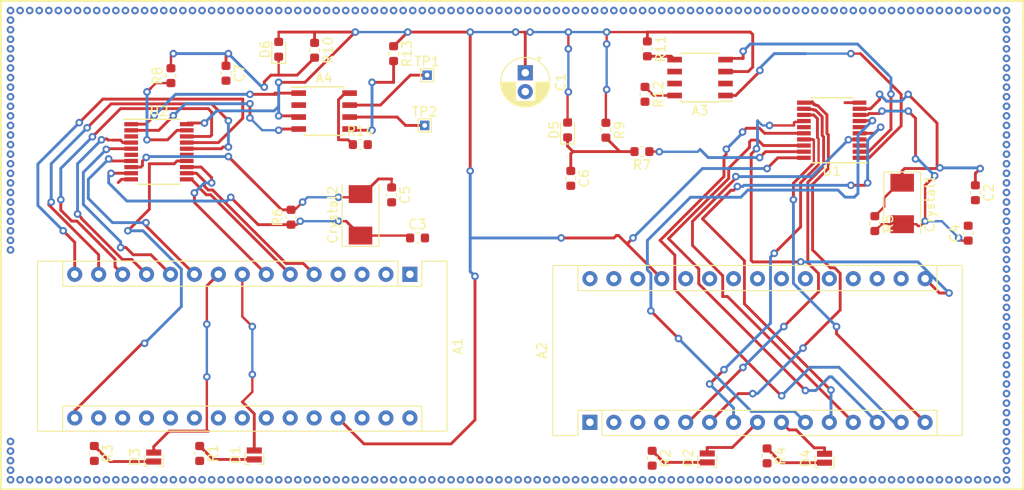
<source format=kicad_pcb>
(kicad_pcb (version 20171130) (host pcbnew "(5.0.0)")
  (layers (0 F.Cu signal) (31 B.Cu signal) (34 B.Paste user) (35 F.Paste user) (36 B.SilkS user) (37 F.SilkS user) (38 B.Mask user) (39 F.Mask user) (44 Edge.Cuts user))
  (net 0 "")
  (net 1 "Net-(A1-Pad1)")
  (net 2 "Net-(A1-Pad17)")
  (net 3 "Net-(A1-Pad2)")
  (net 4 GNDREF)
  (net 5 "Net-(A1-Pad3)")
  (net 6 "Net-(A1-Pad19)")
  (net 7 "Net-(A1-Pad20)")
  (net 8 INT0_2)
  (net 9 "Net-(A1-Pad21)")
  (net 10 INT1_2)
  (net 11 "Net-(A1-Pad22)")
  (net 12 INTMCP_2)
  (net 13 "Net-(A1-Pad23)")
  (net 14 "Net-(A1-Pad8)")
  (net 15 "Net-(A1-Pad24)")
  (net 16 "Net-(A1-Pad9)")
  (net 17 "Net-(A1-Pad25)")
  (net 18 TBUF0_2)
  (net 19 "Net-(A1-Pad26)")
  (net 20 TBUF1_2)
  (net 21 +5V)
  (net 22 TBUF2_2)
  (net 23 "Net-(A1-Pad28)")
  (net 24 SS_2)
  (net 25 MOSI_2)
  (net 26 VCC)
  (net 27 MISO_2)
  (net 28 SCK_2)
  (net 29 SCK)
  (net 30 MISO)
  (net 31 MOSI)
  (net 32 SS)
  (net 33 "Net-(A2-Pad28)")
  (net 34 TBUF2)
  (net 35 TBUF1)
  (net 36 "Net-(A2-Pad26)")
  (net 37 TBUF0)
  (net 38 "Net-(A2-Pad25)")
  (net 39 "Net-(A2-Pad9)")
  (net 40 "Net-(A2-Pad24)")
  (net 41 "Net-(A2-Pad8)")
  (net 42 "Net-(A2-Pad23)")
  (net 43 INTMCP)
  (net 44 "Net-(A2-Pad22)")
  (net 45 INT1)
  (net 46 "Net-(A2-Pad21)")
  (net 47 INT0)
  (net 48 "Net-(A2-Pad20)")
  (net 49 "Net-(A2-Pad19)")
  (net 50 "Net-(A2-Pad3)")
  (net 51 "Net-(A2-Pad2)")
  (net 52 "Net-(A2-Pad17)")
  (net 53 "Net-(A2-Pad1)")
  (net 54 CANTX)
  (net 55 CANRX)
  (net 56 "Net-(A3-Pad5)")
  (net 57 "Net-(A3-Pad6)")
  (net 58 "Net-(A3-Pad7)")
  (net 59 "Net-(A3-Pad8)")
  (net 60 "Net-(A4-Pad8)")
  (net 61 "Net-(A4-Pad7)")
  (net 62 "Net-(A4-Pad6)")
  (net 63 "Net-(A4-Pad5)")
  (net 64 CANRX_2)
  (net 65 CANTX_2)
  (net 66 OSC1)
  (net 67 OSC1_2)
  (net 68 OSC2)
  (net 69 OSC2_2)
  (net 70 "Net-(C6-Pad1)")
  (net 71 "Net-(C7-Pad1)")
  (net 72 "Net-(D1-Pad1)")
  (net 73 "Net-(D2-Pad1)")
  (net 74 "Net-(D3-Pad1)")
  (net 75 "Net-(D4-Pad1)")
  (net 76 "Net-(R7-Pad1)")
  (net 77 "Net-(R8-Pad1)")
  (net 78 "Net-(U1-Pad15)")
  (net 79 "Net-(U1-Pad6)")
  (net 80 "Net-(U1-Pad3)")
  (net 81 "Net-(U2-Pad3)")
  (net 82 "Net-(U2-Pad6)")
  (net 83 "Net-(U2-Pad15)")
  (module Crystal:Crystal_SMD_0603-2Pin_6.0x3.5mm (layer F.Cu) (at 164.699951 78.124851 270)
    (fp_text reference Crystal1 (at 0 -2.95 270) (layer F.SilkS))
    (fp_text value 20MHz)
    (pad 2 smd rect (at 2.2 0 270) (size 1.9 2.5) (layers F.Cu F.Paste F.Mask) (net 68 OSC2))
    (pad 1 smd rect (at -2.2 0 270) (size 1.9 2.5) (layers F.Cu F.Paste F.Mask) (net 66 OSC1))
  )
  (module Diode_SMD:D_0603_1608Metric (layer F.Cu) (at 98.552 61.773 90)
    (fp_text reference D6 (at 0 -1.43 90) (layer F.SilkS))
    (fp_text value DIODE)
    (pad 2 smd roundrect (at 0.7875 0 90) (size 0.875 0.95) (layers F.Cu F.Paste F.Mask) (net 21 +5V))
    (pad 1 smd roundrect (at -0.7875 0 90) (size 0.875 0.95) (layers F.Cu F.Paste F.Mask) (net 71 "Net-(C7-Pad1)"))
  )
  (module Resistor_SMD:R_0603_1608Metric (layer F.Cu) (at 102.362 61.875 270)
    (fp_text reference R10 (at 0 -1.43 270) (layer F.SilkS))
    (fp_text value 100k)
    (pad 2 smd roundrect (at 0.7875 0 270) (size 0.875 0.95) (layers F.Cu F.Paste F.Mask) (net 71 "Net-(C7-Pad1)"))
    (pad 1 smd roundrect (at -0.7875 0 270) (size 0.875 0.95) (layers F.Cu F.Paste F.Mask) (net 21 +5V))
  )
  (module Package_SO:TSSOP-20_4.4x6.5mm_P0.65mm (layer F.Cu) (at 157.226 70.358 180)
    (fp_text reference U1 (at 0 -4.3 180) (layer F.SilkS))
    (fp_text value MCP2515-EST)
    (pad 20 smd rect (at 2.95 -2.925 180) (size 1.45 0.45) (layers F.Cu F.Paste F.Mask) (net 21 +5V))
    (pad 19 smd rect (at 2.95 -2.275 180) (size 1.45 0.45) (layers F.Cu F.Paste F.Mask) (net 76 "Net-(R7-Pad1)"))
    (pad 18 smd rect (at 2.95 -1.625 180) (size 1.45 0.45) (layers F.Cu F.Paste F.Mask) (net 32 SS))
    (pad 17 smd rect (at 2.95 -0.975 180) (size 1.45 0.45) (layers F.Cu F.Paste F.Mask) (net 30 MISO))
    (pad 16 smd rect (at 2.95 -0.325 180) (size 1.45 0.45) (layers F.Cu F.Paste F.Mask) (net 31 MOSI))
    (pad 15 smd rect (at 2.95 0.325 180) (size 1.45 0.45) (layers F.Cu F.Paste F.Mask) (net 78 "Net-(U1-Pad15)"))
    (pad 14 smd rect (at 2.95 0.975 180) (size 1.45 0.45) (layers F.Cu F.Paste F.Mask) (net 29 SCK))
    (pad 13 smd rect (at 2.95 1.625 180) (size 1.45 0.45) (layers F.Cu F.Paste F.Mask) (net 43 INTMCP))
    (pad 12 smd rect (at 2.95 2.275 180) (size 1.45 0.45) (layers F.Cu F.Paste F.Mask) (net 47 INT0))
    (pad 11 smd rect (at 2.95 2.925 180) (size 1.45 0.45) (layers F.Cu F.Paste F.Mask) (net 45 INT1))
    (pad 10 smd rect (at -2.95 2.925 180) (size 1.45 0.45) (layers F.Cu F.Paste F.Mask) (net 4 GNDREF))
    (pad 9 smd rect (at -2.95 2.275 180) (size 1.45 0.45) (layers F.Cu F.Paste F.Mask) (net 66 OSC1))
    (pad 8 smd rect (at -2.95 1.625 180) (size 1.45 0.45) (layers F.Cu F.Paste F.Mask) (net 68 OSC2))
    (pad 7 smd rect (at -2.95 0.975 180) (size 1.45 0.45) (layers F.Cu F.Paste F.Mask) (net 37 TBUF0))
    (pad 6 smd rect (at -2.95 0.325 180) (size 1.45 0.45) (layers F.Cu F.Paste F.Mask) (net 79 "Net-(U1-Pad6)"))
    (pad 5 smd rect (at -2.95 -0.325 180) (size 1.45 0.45) (layers F.Cu F.Paste F.Mask) (net 35 TBUF1))
    (pad 4 smd rect (at -2.95 -0.975 180) (size 1.45 0.45) (layers F.Cu F.Paste F.Mask) (net 34 TBUF2))
    (pad 3 smd rect (at -2.95 -1.625 180) (size 1.45 0.45) (layers F.Cu F.Paste F.Mask) (net 80 "Net-(U1-Pad3)"))
    (pad 2 smd rect (at -2.95 -2.275 180) (size 1.45 0.45) (layers F.Cu F.Paste F.Mask) (net 55 CANRX))
    (pad 1 smd rect (at -2.95 -2.925 180) (size 1.45 0.45) (layers F.Cu F.Paste F.Mask) (net 54 CANTX))
  )
  (module Resistor_SMD:R_0603_1608Metric (layer F.Cu) (at 99.868 79.588 90)
    (fp_text reference R6 (at 0 -1.43 90) (layer F.SilkS))
    (fp_text value 1M)
    (pad 1 smd roundrect (at -0.7875 0 90) (size 0.875 0.95) (layers F.Cu F.Paste F.Mask) (net 67 OSC1_2))
    (pad 2 smd roundrect (at 0.7875 0 90) (size 0.875 0.95) (layers F.Cu F.Paste F.Mask) (net 69 OSC2_2))
  )
  (module Module:Arduino_Nano (layer F.Cu) (at 112.474505 85.64433 270)
    (fp_text reference A1 (at 7.62 -5.08 270) (layer F.SilkS))
    (fp_text value Arduino_Nano_v3.x)
    (pad 1 thru_hole rect (at 0 0 270) (size 1.6 1.6) (drill 0.8) (layers *.Cu *.Mask) (net 1 "Net-(A1-Pad1)"))
    (pad 17 thru_hole oval (at 15.24 33.02 270) (size 1.6 1.6) (drill 0.8) (layers *.Cu *.Mask) (net 2 "Net-(A1-Pad17)"))
    (pad 2 thru_hole oval (at 0 2.54 270) (size 1.6 1.6) (drill 0.8) (layers *.Cu *.Mask) (net 3 "Net-(A1-Pad2)"))
    (pad 18 thru_hole oval (at 15.24 30.48 270) (size 1.6 1.6) (drill 0.8) (layers *.Cu *.Mask) (net 4 GNDREF))
    (pad 3 thru_hole oval (at 0 5.08 270) (size 1.6 1.6) (drill 0.8) (layers *.Cu *.Mask) (net 5 "Net-(A1-Pad3)"))
    (pad 19 thru_hole oval (at 15.24 27.94 270) (size 1.6 1.6) (drill 0.8) (layers *.Cu *.Mask) (net 6 "Net-(A1-Pad19)"))
    (pad 4 thru_hole oval (at 0 7.62 270) (size 1.6 1.6) (drill 0.8) (layers *.Cu *.Mask) (net 4 GNDREF))
    (pad 20 thru_hole oval (at 15.24 25.4 270) (size 1.6 1.6) (drill 0.8) (layers *.Cu *.Mask) (net 7 "Net-(A1-Pad20)"))
    (pad 5 thru_hole oval (at 0 10.16 270) (size 1.6 1.6) (drill 0.8) (layers *.Cu *.Mask) (net 8 INT0_2))
    (pad 21 thru_hole oval (at 15.24 22.86 270) (size 1.6 1.6) (drill 0.8) (layers *.Cu *.Mask) (net 9 "Net-(A1-Pad21)"))
    (pad 6 thru_hole oval (at 0 12.7 270) (size 1.6 1.6) (drill 0.8) (layers *.Cu *.Mask) (net 10 INT1_2))
    (pad 22 thru_hole oval (at 15.24 20.32 270) (size 1.6 1.6) (drill 0.8) (layers *.Cu *.Mask) (net 11 "Net-(A1-Pad22)"))
    (pad 7 thru_hole oval (at 0 15.24 270) (size 1.6 1.6) (drill 0.8) (layers *.Cu *.Mask) (net 12 INTMCP_2))
    (pad 23 thru_hole oval (at 15.24 17.78 270) (size 1.6 1.6) (drill 0.8) (layers *.Cu *.Mask) (net 13 "Net-(A1-Pad23)"))
    (pad 8 thru_hole oval (at 0 17.78 270) (size 1.6 1.6) (drill 0.8) (layers *.Cu *.Mask) (net 14 "Net-(A1-Pad8)"))
    (pad 24 thru_hole oval (at 15.24 15.24 270) (size 1.6 1.6) (drill 0.8) (layers *.Cu *.Mask) (net 15 "Net-(A1-Pad24)"))
    (pad 9 thru_hole oval (at 0 20.32 270) (size 1.6 1.6) (drill 0.8) (layers *.Cu *.Mask) (net 16 "Net-(A1-Pad9)"))
    (pad 25 thru_hole oval (at 15.24 12.7 270) (size 1.6 1.6) (drill 0.8) (layers *.Cu *.Mask) (net 17 "Net-(A1-Pad25)"))
    (pad 10 thru_hole oval (at 0 22.86 270) (size 1.6 1.6) (drill 0.8) (layers *.Cu *.Mask) (net 18 TBUF0_2))
    (pad 26 thru_hole oval (at 15.24 10.16 270) (size 1.6 1.6) (drill 0.8) (layers *.Cu *.Mask) (net 19 "Net-(A1-Pad26)"))
    (pad 11 thru_hole oval (at 0 25.4 270) (size 1.6 1.6) (drill 0.8) (layers *.Cu *.Mask) (net 20 TBUF1_2))
    (pad 27 thru_hole oval (at 15.24 7.62 270) (size 1.6 1.6) (drill 0.8) (layers *.Cu *.Mask) (net 21 +5V))
    (pad 12 thru_hole oval (at 0 27.94 270) (size 1.6 1.6) (drill 0.8) (layers *.Cu *.Mask) (net 22 TBUF2_2))
    (pad 28 thru_hole oval (at 15.24 5.08 270) (size 1.6 1.6) (drill 0.8) (layers *.Cu *.Mask) (net 23 "Net-(A1-Pad28)"))
    (pad 13 thru_hole oval (at 0 30.48 270) (size 1.6 1.6) (drill 0.8) (layers *.Cu *.Mask) (net 24 SS_2))
    (pad 29 thru_hole oval (at 15.24 2.54 270) (size 1.6 1.6) (drill 0.8) (layers *.Cu *.Mask) (net 4 GNDREF))
    (pad 14 thru_hole oval (at 0 33.02 270) (size 1.6 1.6) (drill 0.8) (layers *.Cu *.Mask) (net 25 MOSI_2))
    (pad 30 thru_hole oval (at 15.24 0 270) (size 1.6 1.6) (drill 0.8) (layers *.Cu *.Mask) (net 26 VCC))
    (pad 15 thru_hole oval (at 0 35.56 270) (size 1.6 1.6) (drill 0.8) (layers *.Cu *.Mask) (net 27 MISO_2))
    (pad 16 thru_hole oval (at 15.24 35.56 270) (size 1.6 1.6) (drill 0.8) (layers *.Cu *.Mask) (net 28 SCK_2))
  )
  (module Module:Arduino_Nano (layer F.Cu) (at 131.572 101.346 90)
    (fp_text reference A2 (at 7.62 -5.08 90) (layer F.SilkS))
    (fp_text value Arduino_Nano_v3.x)
    (pad 16 thru_hole oval (at 15.24 35.56 90) (size 1.6 1.6) (drill 0.8) (layers *.Cu *.Mask) (net 29 SCK))
    (pad 15 thru_hole oval (at 0 35.56 90) (size 1.6 1.6) (drill 0.8) (layers *.Cu *.Mask) (net 30 MISO))
    (pad 30 thru_hole oval (at 15.24 0 90) (size 1.6 1.6) (drill 0.8) (layers *.Cu *.Mask) (net 26 VCC))
    (pad 14 thru_hole oval (at 0 33.02 90) (size 1.6 1.6) (drill 0.8) (layers *.Cu *.Mask) (net 31 MOSI))
    (pad 29 thru_hole oval (at 15.24 2.54 90) (size 1.6 1.6) (drill 0.8) (layers *.Cu *.Mask) (net 4 GNDREF))
    (pad 13 thru_hole oval (at 0 30.48 90) (size 1.6 1.6) (drill 0.8) (layers *.Cu *.Mask) (net 32 SS))
    (pad 28 thru_hole oval (at 15.24 5.08 90) (size 1.6 1.6) (drill 0.8) (layers *.Cu *.Mask) (net 33 "Net-(A2-Pad28)"))
    (pad 12 thru_hole oval (at 0 27.94 90) (size 1.6 1.6) (drill 0.8) (layers *.Cu *.Mask) (net 34 TBUF2))
    (pad 27 thru_hole oval (at 15.24 7.62 90) (size 1.6 1.6) (drill 0.8) (layers *.Cu *.Mask) (net 21 +5V))
    (pad 11 thru_hole oval (at 0 25.4 90) (size 1.6 1.6) (drill 0.8) (layers *.Cu *.Mask) (net 35 TBUF1))
    (pad 26 thru_hole oval (at 15.24 10.16 90) (size 1.6 1.6) (drill 0.8) (layers *.Cu *.Mask) (net 36 "Net-(A2-Pad26)"))
    (pad 10 thru_hole oval (at 0 22.86 90) (size 1.6 1.6) (drill 0.8) (layers *.Cu *.Mask) (net 37 TBUF0))
    (pad 25 thru_hole oval (at 15.24 12.7 90) (size 1.6 1.6) (drill 0.8) (layers *.Cu *.Mask) (net 38 "Net-(A2-Pad25)"))
    (pad 9 thru_hole oval (at 0 20.32 90) (size 1.6 1.6) (drill 0.8) (layers *.Cu *.Mask) (net 39 "Net-(A2-Pad9)"))
    (pad 24 thru_hole oval (at 15.24 15.24 90) (size 1.6 1.6) (drill 0.8) (layers *.Cu *.Mask) (net 40 "Net-(A2-Pad24)"))
    (pad 8 thru_hole oval (at 0 17.78 90) (size 1.6 1.6) (drill 0.8) (layers *.Cu *.Mask) (net 41 "Net-(A2-Pad8)"))
    (pad 23 thru_hole oval (at 15.24 17.78 90) (size 1.6 1.6) (drill 0.8) (layers *.Cu *.Mask) (net 42 "Net-(A2-Pad23)"))
    (pad 7 thru_hole oval (at 0 15.24 90) (size 1.6 1.6) (drill 0.8) (layers *.Cu *.Mask) (net 43 INTMCP))
    (pad 22 thru_hole oval (at 15.24 20.32 90) (size 1.6 1.6) (drill 0.8) (layers *.Cu *.Mask) (net 44 "Net-(A2-Pad22)"))
    (pad 6 thru_hole oval (at 0 12.7 90) (size 1.6 1.6) (drill 0.8) (layers *.Cu *.Mask) (net 45 INT1))
    (pad 21 thru_hole oval (at 15.24 22.86 90) (size 1.6 1.6) (drill 0.8) (layers *.Cu *.Mask) (net 46 "Net-(A2-Pad21)"))
    (pad 5 thru_hole oval (at 0 10.16 90) (size 1.6 1.6) (drill 0.8) (layers *.Cu *.Mask) (net 47 INT0))
    (pad 20 thru_hole oval (at 15.24 25.4 90) (size 1.6 1.6) (drill 0.8) (layers *.Cu *.Mask) (net 48 "Net-(A2-Pad20)"))
    (pad 4 thru_hole oval (at 0 7.62 90) (size 1.6 1.6) (drill 0.8) (layers *.Cu *.Mask) (net 4 GNDREF))
    (pad 19 thru_hole oval (at 15.24 27.94 90) (size 1.6 1.6) (drill 0.8) (layers *.Cu *.Mask) (net 49 "Net-(A2-Pad19)"))
    (pad 3 thru_hole oval (at 0 5.08 90) (size 1.6 1.6) (drill 0.8) (layers *.Cu *.Mask) (net 50 "Net-(A2-Pad3)"))
    (pad 18 thru_hole oval (at 15.24 30.48 90) (size 1.6 1.6) (drill 0.8) (layers *.Cu *.Mask) (net 4 GNDREF))
    (pad 2 thru_hole oval (at 0 2.54 90) (size 1.6 1.6) (drill 0.8) (layers *.Cu *.Mask) (net 51 "Net-(A2-Pad2)"))
    (pad 17 thru_hole oval (at 15.24 33.02 90) (size 1.6 1.6) (drill 0.8) (layers *.Cu *.Mask) (net 52 "Net-(A2-Pad17)"))
    (pad 1 thru_hole rect (at 0 0 90) (size 1.6 1.6) (drill 0.8) (layers *.Cu *.Mask) (net 53 "Net-(A2-Pad1)"))
  )
  (module Package_SO:SOIC-8_3.9x4.9mm_P1.27mm (layer F.Cu) (at 143.256 64.77 180)
    (fp_text reference A3 (at 0 -3.5 180) (layer F.SilkS))
    (fp_text value ATA6560)
    (pad 1 smd rect (at -2.7 -1.905 180) (size 1.55 0.6) (layers F.Cu F.Paste F.Mask) (net 54 CANTX))
    (pad 2 smd rect (at -2.7 -0.635 180) (size 1.55 0.6) (layers F.Cu F.Paste F.Mask) (net 4 GNDREF))
    (pad 3 smd rect (at -2.7 0.635 180) (size 1.55 0.6) (layers F.Cu F.Paste F.Mask) (net 21 +5V))
    (pad 4 smd rect (at -2.7 1.905 180) (size 1.55 0.6) (layers F.Cu F.Paste F.Mask) (net 55 CANRX))
    (pad 5 smd rect (at 2.7 1.905 180) (size 1.55 0.6) (layers F.Cu F.Paste F.Mask) (net 56 "Net-(A3-Pad5)"))
    (pad 6 smd rect (at 2.7 0.635 180) (size 1.55 0.6) (layers F.Cu F.Paste F.Mask) (net 57 "Net-(A3-Pad6)"))
    (pad 7 smd rect (at 2.7 -0.635 180) (size 1.55 0.6) (layers F.Cu F.Paste F.Mask) (net 58 "Net-(A3-Pad7)"))
    (pad 8 smd rect (at 2.7 -1.905 180) (size 1.55 0.6) (layers F.Cu F.Paste F.Mask) (net 59 "Net-(A3-Pad8)"))
  )
  (module Package_SO:SOIC-8_3.9x4.9mm_P1.27mm (layer F.Cu) (at 103.378 68.326)
    (fp_text reference A4 (at 0 -3.5) (layer F.SilkS))
    (fp_text value ATA6560)
    (pad 8 smd rect (at 2.7 -1.905) (size 1.55 0.6) (layers F.Cu F.Paste F.Mask) (net 60 "Net-(A4-Pad8)"))
    (pad 7 smd rect (at 2.7 -0.635) (size 1.55 0.6) (layers F.Cu F.Paste F.Mask) (net 61 "Net-(A4-Pad7)"))
    (pad 6 smd rect (at 2.7 0.635) (size 1.55 0.6) (layers F.Cu F.Paste F.Mask) (net 62 "Net-(A4-Pad6)"))
    (pad 5 smd rect (at 2.7 1.905) (size 1.55 0.6) (layers F.Cu F.Paste F.Mask) (net 63 "Net-(A4-Pad5)"))
    (pad 4 smd rect (at -2.7 1.905) (size 1.55 0.6) (layers F.Cu F.Paste F.Mask) (net 64 CANRX_2))
    (pad 3 smd rect (at -2.7 0.635) (size 1.55 0.6) (layers F.Cu F.Paste F.Mask) (net 21 +5V))
    (pad 2 smd rect (at -2.7 -0.635) (size 1.55 0.6) (layers F.Cu F.Paste F.Mask) (net 4 GNDREF))
    (pad 1 smd rect (at -2.7 -1.905) (size 1.55 0.6) (layers F.Cu F.Paste F.Mask) (net 65 CANTX_2))
  )
  (module Capacitor_THT:CP_Radial_D5.0mm_P2.00mm (layer F.Cu) (at 124.714 64.262 270)
    (fp_text reference C1 (at 1 -3.75 270) (layer F.SilkS))
    (fp_text value 100uF)
    (pad 1 thru_hole rect (at 0 0 270) (size 1.6 1.6) (drill 0.8) (layers *.Cu *.Mask) (net 21 +5V))
    (pad 2 thru_hole circle (at 2 0 270) (size 1.6 1.6) (drill 0.8) (layers *.Cu *.Mask) (net 4 GNDREF))
  )
  (module Capacitor_SMD:C_0603_1608Metric (layer F.Cu) (at 172.466 76.9875 270)
    (fp_text reference C2 (at 0 -1.43 270) (layer F.SilkS))
    (fp_text value 15pF)
    (pad 2 smd roundrect (at 0.7875 0 270) (size 0.875 0.95) (layers F.Cu F.Paste F.Mask) (net 4 GNDREF))
    (pad 1 smd roundrect (at -0.7875 0 270) (size 0.875 0.95) (layers F.Cu F.Paste F.Mask) (net 66 OSC1))
  )
  (module Capacitor_SMD:C_0603_1608Metric (layer F.Cu) (at 113.284 81.788)
    (fp_text reference C3 (at 0 -1.43) (layer F.SilkS))
    (fp_text value 15pF)
    (pad 1 smd roundrect (at -0.7875 0) (size 0.875 0.95) (layers F.Cu F.Paste F.Mask) (net 67 OSC1_2))
    (pad 2 smd roundrect (at 0.7875 0) (size 0.875 0.95) (layers F.Cu F.Paste F.Mask) (net 4 GNDREF))
  )
  (module Capacitor_SMD:C_0603_1608Metric (layer F.Cu) (at 171.704 81.28 90)
    (fp_text reference C4 (at 0 -1.43 90) (layer F.SilkS))
    (fp_text value 15pF)
    (pad 1 smd roundrect (at -0.7875 0 90) (size 0.875 0.95) (layers F.Cu F.Paste F.Mask) (net 68 OSC2))
    (pad 2 smd roundrect (at 0.7875 0 90) (size 0.875 0.95) (layers F.Cu F.Paste F.Mask) (net 4 GNDREF))
  )
  (module Capacitor_SMD:C_0603_1608Metric (layer F.Cu) (at 110.536 77.216 270)
    (fp_text reference C5 (at 0 -1.43 270) (layer F.SilkS))
    (fp_text value 15pF)
    (pad 2 smd roundrect (at 0.7875 0 270) (size 0.875 0.95) (layers F.Cu F.Paste F.Mask) (net 4 GNDREF))
    (pad 1 smd roundrect (at -0.7875 0 270) (size 0.875 0.95) (layers F.Cu F.Paste F.Mask) (net 69 OSC2_2))
  )
  (module Capacitor_SMD:C_0603_1608Metric (layer F.Cu) (at 129.54 75.4635 270)
    (fp_text reference C6 (at 0 -1.43 270) (layer F.SilkS))
    (fp_text value 1uF)
    (pad 2 smd roundrect (at 0.7875 0 270) (size 0.875 0.95) (layers F.Cu F.Paste F.Mask) (net 4 GNDREF))
    (pad 1 smd roundrect (at -0.7875 0 270) (size 0.875 0.95) (layers F.Cu F.Paste F.Mask) (net 70 "Net-(C6-Pad1)"))
  )
  (module Capacitor_SMD:C_0603_1608Metric (layer F.Cu) (at 92.964 64.313 270)
    (fp_text reference C7 (at 0 -1.43 270) (layer F.SilkS))
    (fp_text value 1uF)
    (pad 1 smd roundrect (at -0.7875 0 270) (size 0.875 0.95) (layers F.Cu F.Paste F.Mask) (net 71 "Net-(C7-Pad1)"))
    (pad 2 smd roundrect (at 0.7875 0 270) (size 0.875 0.95) (layers F.Cu F.Paste F.Mask) (net 4 GNDREF))
  )
  (module Crystal:Crystal_SMD_0603-2Pin_6.0x3.5mm (layer F.Cu) (at 107.234 79.334 90)
    (fp_text reference Crystal2 (at 0 -2.95 90) (layer F.SilkS))
    (fp_text value "20 MHz ")
    (pad 1 smd rect (at -2.2 0 90) (size 1.9 2.5) (layers F.Cu F.Paste F.Mask) (net 67 OSC1_2))
    (pad 2 smd rect (at 2.2 0 90) (size 1.9 2.5) (layers F.Cu F.Paste F.Mask) (net 69 OSC2_2))
  )
  (module LED_SMD:LED_Cree-XQ (layer F.Cu) (at 95.964157 104.808497 90)
    (fp_text reference D1 (at 0 -2 90) (layer F.SilkS))
    (fp_text value LED)
    (pad 1 smd rect (at -0.475 0 90) (size 0.65 1.6) (layers F.Cu F.Paste F.Mask) (net 72 "Net-(D1-Pad1)"))
    (pad 2 smd rect (at 0.475 0 90) (size 0.65 1.6) (layers F.Cu F.Paste F.Mask) (net 14 "Net-(A1-Pad8)"))
  )
  (module LED_SMD:LED_Cree-XQ (layer F.Cu) (at 144.018 105.123 90)
    (fp_text reference D2 (at 0 -2 90) (layer F.SilkS))
    (fp_text value LED)
    (pad 1 smd rect (at -0.475 0 90) (size 0.65 1.6) (layers F.Cu F.Paste F.Mask) (net 73 "Net-(D2-Pad1)"))
    (pad 2 smd rect (at 0.475 0 90) (size 0.65 1.6) (layers F.Cu F.Paste F.Mask) (net 41 "Net-(A2-Pad8)"))
  )
  (module LED_SMD:LED_Cree-XQ (layer F.Cu) (at 85.296157 105.029497 90)
    (fp_text reference D3 (at 0 -2 90) (layer F.SilkS))
    (fp_text value LED)
    (pad 2 smd rect (at 0.475 0 90) (size 0.65 1.6) (layers F.Cu F.Paste F.Mask) (net 16 "Net-(A1-Pad9)"))
    (pad 1 smd rect (at -0.475 0 90) (size 0.65 1.6) (layers F.Cu F.Paste F.Mask) (net 74 "Net-(D3-Pad1)"))
  )
  (module LED_SMD:LED_Cree-XQ (layer F.Cu) (at 156.464 105.156 90)
    (fp_text reference D4 (at 0 -2 90) (layer F.SilkS))
    (fp_text value LED)
    (pad 2 smd rect (at 0.475 0 90) (size 0.65 1.6) (layers F.Cu F.Paste F.Mask) (net 39 "Net-(A2-Pad9)"))
    (pad 1 smd rect (at -0.475 0 90) (size 0.65 1.6) (layers F.Cu F.Paste F.Mask) (net 75 "Net-(D4-Pad1)"))
  )
  (module Diode_SMD:D_0603_1608Metric (layer F.Cu) (at 129.201479 70.33071 90)
    (fp_text reference D5 (at 0 -1.43 90) (layer F.SilkS))
    (fp_text value DIODE)
    (pad 1 smd roundrect (at -0.7875 0 90) (size 0.875 0.95) (layers F.Cu F.Paste F.Mask) (net 70 "Net-(C6-Pad1)"))
    (pad 2 smd roundrect (at 0.7875 0 90) (size 0.875 0.95) (layers F.Cu F.Paste F.Mask) (net 21 +5V))
  )
  (module Resistor_SMD:R_0603_1608Metric (layer F.Cu) (at 90.17 104.648 270)
    (fp_text reference R1 (at 0 -1.43 270) (layer F.SilkS))
    (fp_text value 220)
    (pad 2 smd roundrect (at 0.7875 0 270) (size 0.875 0.95) (layers F.Cu F.Paste F.Mask) (net 4 GNDREF))
    (pad 1 smd roundrect (at -0.7875 0 270) (size 0.875 0.95) (layers F.Cu F.Paste F.Mask) (net 72 "Net-(D1-Pad1)"))
  )
  (module Resistor_SMD:R_0603_1608Metric (layer F.Cu) (at 138.176 105.156 270)
    (fp_text reference R2 (at 0 -1.43 270) (layer F.SilkS))
    (fp_text value 220)
    (pad 1 smd roundrect (at -0.7875 0 270) (size 0.875 0.95) (layers F.Cu F.Paste F.Mask) (net 73 "Net-(D2-Pad1)"))
    (pad 2 smd roundrect (at 0.7875 0 270) (size 0.875 0.95) (layers F.Cu F.Paste F.Mask) (net 4 GNDREF))
  )
  (module Resistor_SMD:R_0603_1608Metric (layer F.Cu) (at 78.994 104.648 270)
    (fp_text reference R3 (at 0 -1.43 270) (layer F.SilkS))
    (fp_text value 220)
    (pad 1 smd roundrect (at -0.7875 0 270) (size 0.875 0.95) (layers F.Cu F.Paste F.Mask) (net 74 "Net-(D3-Pad1)"))
    (pad 2 smd roundrect (at 0.7875 0 270) (size 0.875 0.95) (layers F.Cu F.Paste F.Mask) (net 4 GNDREF))
  )
  (module Resistor_SMD:R_0603_1608Metric (layer F.Cu) (at 150.368 104.902 270)
    (fp_text reference R4 (at 0 -1.43 270) (layer F.SilkS))
    (fp_text value 220)
    (pad 2 smd roundrect (at 0.7875 0 270) (size 0.875 0.95) (layers F.Cu F.Paste F.Mask) (net 4 GNDREF))
    (pad 1 smd roundrect (at -0.7875 0 270) (size 0.875 0.95) (layers F.Cu F.Paste F.Mask) (net 75 "Net-(D4-Pad1)"))
  )
  (module Resistor_SMD:R_0603_1608Metric (layer F.Cu) (at 161.798 80.264 270)
    (fp_text reference R5 (at 0 -1.43 270) (layer F.SilkS))
    (fp_text value 1M)
    (pad 1 smd roundrect (at -0.7875 0 270) (size 0.875 0.95) (layers F.Cu F.Paste F.Mask) (net 66 OSC1))
    (pad 2 smd roundrect (at 0.7875 0 270) (size 0.875 0.95) (layers F.Cu F.Paste F.Mask) (net 68 OSC2))
  )
  (module Resistor_SMD:R_0603_1608Metric (layer F.Cu) (at 137.087437 72.623254 180)
    (fp_text reference R7 (at 0 -1.43 180) (layer F.SilkS))
    (fp_text value 10k)
    (pad 2 smd roundrect (at 0.7875 0 180) (size 0.875 0.95) (layers F.Cu F.Paste F.Mask) (net 70 "Net-(C6-Pad1)"))
    (pad 1 smd roundrect (at -0.7875 0 180) (size 0.875 0.95) (layers F.Cu F.Paste F.Mask) (net 76 "Net-(R7-Pad1)"))
  )
  (module Resistor_SMD:R_0603_1608Metric (layer F.Cu) (at 133.265479 70.35621 270)
    (fp_text reference R9 (at 0 -1.43 270) (layer F.SilkS))
    (fp_text value 100k)
    (pad 1 smd roundrect (at -0.7875 0 270) (size 0.875 0.95) (layers F.Cu F.Paste F.Mask) (net 21 +5V))
    (pad 2 smd roundrect (at 0.7875 0 270) (size 0.875 0.95) (layers F.Cu F.Paste F.Mask) (net 70 "Net-(C6-Pad1)"))
  )
  (module Resistor_SMD:R_0603_1608Metric (layer F.Cu) (at 137.668 61.722 270)
    (fp_text reference R11 (at 0 -1.43 270) (layer F.SilkS))
    (fp_text value 10k)
    (pad 2 smd roundrect (at 0.7875 0 270) (size 0.875 0.95) (layers F.Cu F.Paste F.Mask) (net 56 "Net-(A3-Pad5)"))
    (pad 1 smd roundrect (at -0.7875 0 270) (size 0.875 0.95) (layers F.Cu F.Paste F.Mask) (net 21 +5V))
  )
  (module Resistor_SMD:R_0603_1608Metric (layer F.Cu) (at 137.414 66.548 270)
    (fp_text reference R12 (at 0 -1.43 270) (layer F.SilkS))
    (fp_text value 10k)
    (pad 1 smd roundrect (at -0.7875 0 270) (size 0.875 0.95) (layers F.Cu F.Paste F.Mask) (net 59 "Net-(A3-Pad8)"))
    (pad 2 smd roundrect (at 0.7875 0 270) (size 0.875 0.95) (layers F.Cu F.Paste F.Mask) (net 4 GNDREF))
  )
  (module Resistor_SMD:R_0603_1608Metric (layer F.Cu) (at 110.744 62.23 270)
    (fp_text reference R13 (at 0 -1.43 270) (layer F.SilkS))
    (fp_text value 10k)
    (pad 1 smd roundrect (at -0.7875 0 270) (size 0.875 0.95) (layers F.Cu F.Paste F.Mask) (net 21 +5V))
    (pad 2 smd roundrect (at 0.7875 0 270) (size 0.875 0.95) (layers F.Cu F.Paste F.Mask) (net 63 "Net-(A4-Pad5)"))
  )
  (module Resistor_SMD:R_0603_1608Metric (layer F.Cu) (at 107.2135 71.882)
    (fp_text reference R14 (at 0 -1.43) (layer F.SilkS))
    (fp_text value 10k)
    (pad 2 smd roundrect (at 0.7875 0) (size 0.875 0.95) (layers F.Cu F.Paste F.Mask) (net 4 GNDREF))
    (pad 1 smd roundrect (at -0.7875 0) (size 0.875 0.95) (layers F.Cu F.Paste F.Mask) (net 60 "Net-(A4-Pad8)"))
  )
  (module TestPoint:TestPoint_THTPad_1.0x1.0mm_Drill0.5mm (layer F.Cu) (at 114.3 64.516)
    (fp_text reference TP1 (at 0 -1.448) (layer F.SilkS))
    (fp_text value TestPoint)
    (pad 1 thru_hole rect (at 0 0) (size 1 1) (drill 0.5) (layers *.Cu *.Mask) (net 61 "Net-(A4-Pad7)"))
  )
  (module TestPoint:TestPoint_THTPad_1.0x1.0mm_Drill0.5mm (layer F.Cu) (at 114.046 69.85)
    (fp_text reference TP2 (at 0 -1.448) (layer F.SilkS))
    (fp_text value TestPoint)
    (pad 1 thru_hole rect (at 0 0) (size 1 1) (drill 0.5) (layers *.Cu *.Mask) (net 62 "Net-(A4-Pad6)"))
  )
  (module Package_SO:TSSOP-20_4.4x6.5mm_P0.65mm (layer F.Cu) (at 85.852 72.644)
    (fp_text reference U2 (at 0 -4.3) (layer F.SilkS))
    (fp_text value MCP2515-EST)
    (pad 1 smd rect (at -2.95 -2.925) (size 1.45 0.45) (layers F.Cu F.Paste F.Mask) (net 65 CANTX_2))
    (pad 2 smd rect (at -2.95 -2.275) (size 1.45 0.45) (layers F.Cu F.Paste F.Mask) (net 64 CANRX_2))
    (pad 3 smd rect (at -2.95 -1.625) (size 1.45 0.45) (layers F.Cu F.Paste F.Mask) (net 81 "Net-(U2-Pad3)"))
    (pad 4 smd rect (at -2.95 -0.975) (size 1.45 0.45) (layers F.Cu F.Paste F.Mask) (net 22 TBUF2_2))
    (pad 5 smd rect (at -2.95 -0.325) (size 1.45 0.45) (layers F.Cu F.Paste F.Mask) (net 20 TBUF1_2))
    (pad 6 smd rect (at -2.95 0.325) (size 1.45 0.45) (layers F.Cu F.Paste F.Mask) (net 82 "Net-(U2-Pad6)"))
    (pad 7 smd rect (at -2.95 0.975) (size 1.45 0.45) (layers F.Cu F.Paste F.Mask) (net 18 TBUF0_2))
    (pad 8 smd rect (at -2.95 1.625) (size 1.45 0.45) (layers F.Cu F.Paste F.Mask) (net 69 OSC2_2))
    (pad 9 smd rect (at -2.95 2.275) (size 1.45 0.45) (layers F.Cu F.Paste F.Mask) (net 67 OSC1_2))
    (pad 10 smd rect (at -2.95 2.925) (size 1.45 0.45) (layers F.Cu F.Paste F.Mask) (net 4 GNDREF))
    (pad 11 smd rect (at 2.95 2.925) (size 1.45 0.45) (layers F.Cu F.Paste F.Mask) (net 10 INT1_2))
    (pad 12 smd rect (at 2.95 2.275) (size 1.45 0.45) (layers F.Cu F.Paste F.Mask) (net 8 INT0_2))
    (pad 13 smd rect (at 2.95 1.625) (size 1.45 0.45) (layers F.Cu F.Paste F.Mask) (net 12 INTMCP_2))
    (pad 14 smd rect (at 2.95 0.975) (size 1.45 0.45) (layers F.Cu F.Paste F.Mask) (net 28 SCK_2))
    (pad 15 smd rect (at 2.95 0.325) (size 1.45 0.45) (layers F.Cu F.Paste F.Mask) (net 83 "Net-(U2-Pad15)"))
    (pad 16 smd rect (at 2.95 -0.325) (size 1.45 0.45) (layers F.Cu F.Paste F.Mask) (net 25 MOSI_2))
    (pad 17 smd rect (at 2.95 -0.975) (size 1.45 0.45) (layers F.Cu F.Paste F.Mask) (net 27 MISO_2))
    (pad 18 smd rect (at 2.95 -1.625) (size 1.45 0.45) (layers F.Cu F.Paste F.Mask) (net 24 SS_2))
    (pad 19 smd rect (at 2.95 -2.275) (size 1.45 0.45) (layers F.Cu F.Paste F.Mask) (net 77 "Net-(R8-Pad1)"))
    (pad 20 smd rect (at 2.95 -2.925) (size 1.45 0.45) (layers F.Cu F.Paste F.Mask) (net 21 +5V))
  )
  (module Resistor_SMD:R_0603_1608Metric (layer F.Cu) (at 87.122 64.567 90)
    (fp_text reference R8 (at 0 -1.43 90) (layer F.SilkS))
    (fp_text value 10k)
    (pad 1 smd roundrect (at -0.7875 0 90) (size 0.875 0.95) (layers F.Cu F.Paste F.Mask) (net 77 "Net-(R8-Pad1)"))
    (pad 2 smd roundrect (at 0.7875 0 90) (size 0.875 0.95) (layers F.Cu F.Paste F.Mask) (net 71 "Net-(C7-Pad1)"))
  )
  (gr_line (start 177.546 56.642) (end 177.546 58.928) (layer F.SilkS) (width 0.2))
  (gr_line (start 69.088 56.642) (end 177.546 56.642) (layer F.SilkS) (width 0.2))
  (gr_line (start 69.088 108.458) (end 69.088 56.642) (layer F.SilkS) (width 0.2))
  (gr_line (start 177.546 108.458) (end 69.088 108.458) (layer F.SilkS) (width 0.2))
  (gr_line (start 177.546 58.674) (end 177.546 108.458) (layer F.SilkS) (width 0.2))
  (via (at 74.168 107.442) (size 0.8) (drill 0.4) (layers F.Cu B.Cu) (net 4))
  (via (at 71.12 107.442) (size 0.8) (drill 0.4) (layers F.Cu B.Cu) (net 4))
  (via (at 75.184 107.442) (size 0.8) (drill 0.4) (layers F.Cu B.Cu) (net 4))
  (via (at 73.152 107.442) (size 0.8) (drill 0.4) (layers F.Cu B.Cu) (net 4))
  (via (at 72.136 107.442) (size 0.8) (drill 0.4) (layers F.Cu B.Cu) (net 4))
  (via (at 78.232 107.442) (size 0.8) (drill 0.4) (layers F.Cu B.Cu) (net 4))
  (via (at 76.2 107.442) (size 0.8) (drill 0.4) (layers F.Cu B.Cu) (net 4))
  (via (at 80.264 107.442) (size 0.8) (drill 0.4) (layers F.Cu B.Cu) (net 4))
  (via (at 77.216 107.442) (size 0.8) (drill 0.4) (layers F.Cu B.Cu) (net 4))
  (via (at 79.248 107.442) (size 0.8) (drill 0.4) (layers F.Cu B.Cu) (net 4))
  (via (at 83.312 107.442) (size 0.8) (drill 0.4) (layers F.Cu B.Cu) (net 4))
  (via (at 81.28 107.442) (size 0.8) (drill 0.4) (layers F.Cu B.Cu) (net 4))
  (via (at 85.344 107.442) (size 0.8) (drill 0.4) (layers F.Cu B.Cu) (net 4))
  (via (at 82.296 107.442) (size 0.8) (drill 0.4) (layers F.Cu B.Cu) (net 4))
  (via (at 84.328 107.442) (size 0.8) (drill 0.4) (layers F.Cu B.Cu) (net 4))
  (via (at 88.392 107.442) (size 0.8) (drill 0.4) (layers F.Cu B.Cu) (net 4))
  (via (at 86.36 107.442) (size 0.8) (drill 0.4) (layers F.Cu B.Cu) (net 4))
  (via (at 90.424 107.442) (size 0.8) (drill 0.4) (layers F.Cu B.Cu) (net 4))
  (via (at 87.376 107.442) (size 0.8) (drill 0.4) (layers F.Cu B.Cu) (net 4))
  (via (at 89.408 107.442) (size 0.8) (drill 0.4) (layers F.Cu B.Cu) (net 4))
  (via (at 93.472 107.442) (size 0.8) (drill 0.4) (layers F.Cu B.Cu) (net 4))
  (via (at 100.584 107.442) (size 0.8) (drill 0.4) (layers F.Cu B.Cu) (net 4))
  (via (at 91.44 107.442) (size 0.8) (drill 0.4) (layers F.Cu B.Cu) (net 4))
  (via (at 96.52 107.442) (size 0.8) (drill 0.4) (layers F.Cu B.Cu) (net 4))
  (via (at 98.552 107.442) (size 0.8) (drill 0.4) (layers F.Cu B.Cu) (net 4))
  (via (at 95.504 107.442) (size 0.8) (drill 0.4) (layers F.Cu B.Cu) (net 4))
  (via (at 97.536 107.442) (size 0.8) (drill 0.4) (layers F.Cu B.Cu) (net 4))
  (via (at 99.568 107.442) (size 0.8) (drill 0.4) (layers F.Cu B.Cu) (net 4))
  (via (at 92.456 107.442) (size 0.8) (drill 0.4) (layers F.Cu B.Cu) (net 4))
  (via (at 94.488 107.442) (size 0.8) (drill 0.4) (layers F.Cu B.Cu) (net 4))
  (via (at 106.68 107.442) (size 0.8) (drill 0.4) (layers F.Cu B.Cu) (net 4))
  (via (at 107.696 107.442) (size 0.8) (drill 0.4) (layers F.Cu B.Cu) (net 4))
  (via (at 101.6 107.442) (size 0.8) (drill 0.4) (layers F.Cu B.Cu) (net 4))
  (via (at 105.664 107.442) (size 0.8) (drill 0.4) (layers F.Cu B.Cu) (net 4))
  (via (at 110.744 107.442) (size 0.8) (drill 0.4) (layers F.Cu B.Cu) (net 4))
  (via (at 108.712 107.442) (size 0.8) (drill 0.4) (layers F.Cu B.Cu) (net 4))
  (via (at 109.728 107.442) (size 0.8) (drill 0.4) (layers F.Cu B.Cu) (net 4))
  (via (at 102.616 107.442) (size 0.8) (drill 0.4) (layers F.Cu B.Cu) (net 4))
  (via (at 103.632 107.442) (size 0.8) (drill 0.4) (layers F.Cu B.Cu) (net 4))
  (via (at 104.648 107.442) (size 0.8) (drill 0.4) (layers F.Cu B.Cu) (net 4))
  (via (at 113.792 107.442) (size 0.8) (drill 0.4) (layers F.Cu B.Cu) (net 4))
  (via (at 120.904 107.442) (size 0.8) (drill 0.4) (layers F.Cu B.Cu) (net 4))
  (via (at 111.76 107.442) (size 0.8) (drill 0.4) (layers F.Cu B.Cu) (net 4))
  (via (at 116.84 107.442) (size 0.8) (drill 0.4) (layers F.Cu B.Cu) (net 4))
  (via (at 118.872 107.442) (size 0.8) (drill 0.4) (layers F.Cu B.Cu) (net 4))
  (via (at 115.824 107.442) (size 0.8) (drill 0.4) (layers F.Cu B.Cu) (net 4))
  (via (at 117.856 107.442) (size 0.8) (drill 0.4) (layers F.Cu B.Cu) (net 4))
  (via (at 119.888 107.442) (size 0.8) (drill 0.4) (layers F.Cu B.Cu) (net 4))
  (via (at 112.776 107.442) (size 0.8) (drill 0.4) (layers F.Cu B.Cu) (net 4))
  (via (at 114.808 107.442) (size 0.8) (drill 0.4) (layers F.Cu B.Cu) (net 4))
  (via (at 127 107.442) (size 0.8) (drill 0.4) (layers F.Cu B.Cu) (net 4))
  (via (at 128.016 107.442) (size 0.8) (drill 0.4) (layers F.Cu B.Cu) (net 4))
  (via (at 121.92 107.442) (size 0.8) (drill 0.4) (layers F.Cu B.Cu) (net 4))
  (via (at 125.984 107.442) (size 0.8) (drill 0.4) (layers F.Cu B.Cu) (net 4))
  (via (at 131.064 107.442) (size 0.8) (drill 0.4) (layers F.Cu B.Cu) (net 4))
  (via (at 129.032 107.442) (size 0.8) (drill 0.4) (layers F.Cu B.Cu) (net 4))
  (via (at 130.048 107.442) (size 0.8) (drill 0.4) (layers F.Cu B.Cu) (net 4))
  (via (at 122.936 107.442) (size 0.8) (drill 0.4) (layers F.Cu B.Cu) (net 4))
  (via (at 123.952 107.442) (size 0.8) (drill 0.4) (layers F.Cu B.Cu) (net 4))
  (via (at 124.968 107.442) (size 0.8) (drill 0.4) (layers F.Cu B.Cu) (net 4))
  (via (at 134.112 107.442) (size 0.8) (drill 0.4) (layers F.Cu B.Cu) (net 4))
  (via (at 141.224 107.442) (size 0.8) (drill 0.4) (layers F.Cu B.Cu) (net 4))
  (via (at 132.08 107.442) (size 0.8) (drill 0.4) (layers F.Cu B.Cu) (net 4))
  (via (at 137.16 107.442) (size 0.8) (drill 0.4) (layers F.Cu B.Cu) (net 4))
  (via (at 139.192 107.442) (size 0.8) (drill 0.4) (layers F.Cu B.Cu) (net 4))
  (via (at 136.144 107.442) (size 0.8) (drill 0.4) (layers F.Cu B.Cu) (net 4))
  (via (at 138.176 107.442) (size 0.8) (drill 0.4) (layers F.Cu B.Cu) (net 4))
  (via (at 140.208 107.442) (size 0.8) (drill 0.4) (layers F.Cu B.Cu) (net 4))
  (via (at 133.096 107.442) (size 0.8) (drill 0.4) (layers F.Cu B.Cu) (net 4))
  (via (at 135.128 107.442) (size 0.8) (drill 0.4) (layers F.Cu B.Cu) (net 4))
  (via (at 147.32 107.442) (size 0.8) (drill 0.4) (layers F.Cu B.Cu) (net 4))
  (via (at 148.336 107.442) (size 0.8) (drill 0.4) (layers F.Cu B.Cu) (net 4))
  (via (at 142.24 107.442) (size 0.8) (drill 0.4) (layers F.Cu B.Cu) (net 4))
  (via (at 146.304 107.442) (size 0.8) (drill 0.4) (layers F.Cu B.Cu) (net 4))
  (via (at 151.384 107.442) (size 0.8) (drill 0.4) (layers F.Cu B.Cu) (net 4))
  (via (at 149.352 107.442) (size 0.8) (drill 0.4) (layers F.Cu B.Cu) (net 4))
  (via (at 150.368 107.442) (size 0.8) (drill 0.4) (layers F.Cu B.Cu) (net 4))
  (via (at 143.256 107.442) (size 0.8) (drill 0.4) (layers F.Cu B.Cu) (net 4))
  (via (at 144.272 107.442) (size 0.8) (drill 0.4) (layers F.Cu B.Cu) (net 4))
  (via (at 145.288 107.442) (size 0.8) (drill 0.4) (layers F.Cu B.Cu) (net 4))
  (via (at 154.432 107.442) (size 0.8) (drill 0.4) (layers F.Cu B.Cu) (net 4))
  (via (at 161.544 107.442) (size 0.8) (drill 0.4) (layers F.Cu B.Cu) (net 4))
  (via (at 152.4 107.442) (size 0.8) (drill 0.4) (layers F.Cu B.Cu) (net 4))
  (via (at 157.48 107.442) (size 0.8) (drill 0.4) (layers F.Cu B.Cu) (net 4))
  (via (at 159.512 107.442) (size 0.8) (drill 0.4) (layers F.Cu B.Cu) (net 4))
  (via (at 156.464 107.442) (size 0.8) (drill 0.4) (layers F.Cu B.Cu) (net 4))
  (via (at 158.496 107.442) (size 0.8) (drill 0.4) (layers F.Cu B.Cu) (net 4))
  (via (at 160.528 107.442) (size 0.8) (drill 0.4) (layers F.Cu B.Cu) (net 4))
  (via (at 153.416 107.442) (size 0.8) (drill 0.4) (layers F.Cu B.Cu) (net 4))
  (via (at 155.448 107.442) (size 0.8) (drill 0.4) (layers F.Cu B.Cu) (net 4))
  (via (at 167.64 107.442) (size 0.8) (drill 0.4) (layers F.Cu B.Cu) (net 4))
  (via (at 168.656 107.442) (size 0.8) (drill 0.4) (layers F.Cu B.Cu) (net 4))
  (via (at 162.56 107.442) (size 0.8) (drill 0.4) (layers F.Cu B.Cu) (net 4))
  (via (at 166.624 107.442) (size 0.8) (drill 0.4) (layers F.Cu B.Cu) (net 4))
  (via (at 171.704 107.442) (size 0.8) (drill 0.4) (layers F.Cu B.Cu) (net 4))
  (via (at 169.672 107.442) (size 0.8) (drill 0.4) (layers F.Cu B.Cu) (net 4))
  (via (at 170.688 107.442) (size 0.8) (drill 0.4) (layers F.Cu B.Cu) (net 4))
  (via (at 163.576 107.442) (size 0.8) (drill 0.4) (layers F.Cu B.Cu) (net 4))
  (via (at 164.592 107.442) (size 0.8) (drill 0.4) (layers F.Cu B.Cu) (net 4))
  (via (at 165.608 107.442) (size 0.8) (drill 0.4) (layers F.Cu B.Cu) (net 4))
  (via (at 175.768 105.41) (size 0.8) (drill 0.4) (layers F.Cu B.Cu) (net 4))
  (via (at 175.768 98.298) (size 0.8) (drill 0.4) (layers F.Cu B.Cu) (net 4))
  (via (at 175.768 107.442) (size 0.8) (drill 0.4) (layers F.Cu B.Cu) (net 4))
  (via (at 175.768 102.362) (size 0.8) (drill 0.4) (layers F.Cu B.Cu) (net 4))
  (via (at 175.768 100.33) (size 0.8) (drill 0.4) (layers F.Cu B.Cu) (net 4))
  (via (at 175.768 103.378) (size 0.8) (drill 0.4) (layers F.Cu B.Cu) (net 4))
  (via (at 175.768 101.346) (size 0.8) (drill 0.4) (layers F.Cu B.Cu) (net 4))
  (via (at 175.768 99.314) (size 0.8) (drill 0.4) (layers F.Cu B.Cu) (net 4))
  (via (at 175.768 106.426) (size 0.8) (drill 0.4) (layers F.Cu B.Cu) (net 4))
  (via (at 175.768 104.394) (size 0.8) (drill 0.4) (layers F.Cu B.Cu) (net 4))
  (via (at 175.768 92.202) (size 0.8) (drill 0.4) (layers F.Cu B.Cu) (net 4))
  (via (at 175.768 91.186) (size 0.8) (drill 0.4) (layers F.Cu B.Cu) (net 4))
  (via (at 175.768 97.282) (size 0.8) (drill 0.4) (layers F.Cu B.Cu) (net 4))
  (via (at 175.768 93.218) (size 0.8) (drill 0.4) (layers F.Cu B.Cu) (net 4))
  (via (at 175.768 88.138) (size 0.8) (drill 0.4) (layers F.Cu B.Cu) (net 4))
  (via (at 175.768 90.17) (size 0.8) (drill 0.4) (layers F.Cu B.Cu) (net 4))
  (via (at 175.768 89.154) (size 0.8) (drill 0.4) (layers F.Cu B.Cu) (net 4))
  (via (at 175.768 96.266) (size 0.8) (drill 0.4) (layers F.Cu B.Cu) (net 4))
  (via (at 175.768 95.25) (size 0.8) (drill 0.4) (layers F.Cu B.Cu) (net 4))
  (via (at 175.768 94.234) (size 0.8) (drill 0.4) (layers F.Cu B.Cu) (net 4))
  (via (at 175.768 85.09) (size 0.8) (drill 0.4) (layers F.Cu B.Cu) (net 4))
  (via (at 175.768 77.978) (size 0.8) (drill 0.4) (layers F.Cu B.Cu) (net 4))
  (via (at 175.768 87.122) (size 0.8) (drill 0.4) (layers F.Cu B.Cu) (net 4))
  (via (at 175.768 82.042) (size 0.8) (drill 0.4) (layers F.Cu B.Cu) (net 4))
  (via (at 175.768 80.01) (size 0.8) (drill 0.4) (layers F.Cu B.Cu) (net 4))
  (via (at 175.768 83.058) (size 0.8) (drill 0.4) (layers F.Cu B.Cu) (net 4))
  (via (at 175.768 81.026) (size 0.8) (drill 0.4) (layers F.Cu B.Cu) (net 4))
  (via (at 175.768 78.994) (size 0.8) (drill 0.4) (layers F.Cu B.Cu) (net 4))
  (via (at 175.768 86.106) (size 0.8) (drill 0.4) (layers F.Cu B.Cu) (net 4))
  (via (at 175.768 84.074) (size 0.8) (drill 0.4) (layers F.Cu B.Cu) (net 4))
  (via (at 175.768 71.882) (size 0.8) (drill 0.4) (layers F.Cu B.Cu) (net 4))
  (via (at 175.768 70.866) (size 0.8) (drill 0.4) (layers F.Cu B.Cu) (net 4))
  (via (at 175.768 76.962) (size 0.8) (drill 0.4) (layers F.Cu B.Cu) (net 4))
  (via (at 175.768 72.898) (size 0.8) (drill 0.4) (layers F.Cu B.Cu) (net 4))
  (via (at 175.768 67.818) (size 0.8) (drill 0.4) (layers F.Cu B.Cu) (net 4))
  (via (at 175.768 69.85) (size 0.8) (drill 0.4) (layers F.Cu B.Cu) (net 4))
  (via (at 175.768 68.834) (size 0.8) (drill 0.4) (layers F.Cu B.Cu) (net 4))
  (via (at 175.768 75.946) (size 0.8) (drill 0.4) (layers F.Cu B.Cu) (net 4))
  (via (at 175.768 74.93) (size 0.8) (drill 0.4) (layers F.Cu B.Cu) (net 4))
  (via (at 175.768 73.914) (size 0.8) (drill 0.4) (layers F.Cu B.Cu) (net 4))
  (via (at 73.152 57.658) (size 0.8) (drill 0.4) (layers F.Cu B.Cu) (net 4))
  (via (at 80.264 57.658) (size 0.8) (drill 0.4) (layers F.Cu B.Cu) (net 4))
  (via (at 71.12 57.658) (size 0.8) (drill 0.4) (layers F.Cu B.Cu) (net 4))
  (via (at 76.2 57.658) (size 0.8) (drill 0.4) (layers F.Cu B.Cu) (net 4))
  (via (at 78.232 57.658) (size 0.8) (drill 0.4) (layers F.Cu B.Cu) (net 4))
  (via (at 75.184 57.658) (size 0.8) (drill 0.4) (layers F.Cu B.Cu) (net 4))
  (via (at 77.216 57.658) (size 0.8) (drill 0.4) (layers F.Cu B.Cu) (net 4))
  (via (at 79.248 57.658) (size 0.8) (drill 0.4) (layers F.Cu B.Cu) (net 4))
  (via (at 72.136 57.658) (size 0.8) (drill 0.4) (layers F.Cu B.Cu) (net 4))
  (via (at 74.168 57.658) (size 0.8) (drill 0.4) (layers F.Cu B.Cu) (net 4))
  (via (at 86.36 57.658) (size 0.8) (drill 0.4) (layers F.Cu B.Cu) (net 4))
  (via (at 87.376 57.658) (size 0.8) (drill 0.4) (layers F.Cu B.Cu) (net 4))
  (via (at 81.28 57.658) (size 0.8) (drill 0.4) (layers F.Cu B.Cu) (net 4))
  (via (at 85.344 57.658) (size 0.8) (drill 0.4) (layers F.Cu B.Cu) (net 4))
  (via (at 90.424 57.658) (size 0.8) (drill 0.4) (layers F.Cu B.Cu) (net 4))
  (via (at 88.392 57.658) (size 0.8) (drill 0.4) (layers F.Cu B.Cu) (net 4))
  (via (at 89.408 57.658) (size 0.8) (drill 0.4) (layers F.Cu B.Cu) (net 4))
  (via (at 82.296 57.658) (size 0.8) (drill 0.4) (layers F.Cu B.Cu) (net 4))
  (via (at 83.312 57.658) (size 0.8) (drill 0.4) (layers F.Cu B.Cu) (net 4))
  (via (at 84.328 57.658) (size 0.8) (drill 0.4) (layers F.Cu B.Cu) (net 4))
  (via (at 93.472 57.658) (size 0.8) (drill 0.4) (layers F.Cu B.Cu) (net 4))
  (via (at 100.584 57.658) (size 0.8) (drill 0.4) (layers F.Cu B.Cu) (net 4))
  (via (at 91.44 57.658) (size 0.8) (drill 0.4) (layers F.Cu B.Cu) (net 4))
  (via (at 96.52 57.658) (size 0.8) (drill 0.4) (layers F.Cu B.Cu) (net 4))
  (via (at 98.552 57.658) (size 0.8) (drill 0.4) (layers F.Cu B.Cu) (net 4))
  (via (at 95.504 57.658) (size 0.8) (drill 0.4) (layers F.Cu B.Cu) (net 4))
  (via (at 97.536 57.658) (size 0.8) (drill 0.4) (layers F.Cu B.Cu) (net 4))
  (via (at 99.568 57.658) (size 0.8) (drill 0.4) (layers F.Cu B.Cu) (net 4))
  (via (at 92.456 57.658) (size 0.8) (drill 0.4) (layers F.Cu B.Cu) (net 4))
  (via (at 94.488 57.658) (size 0.8) (drill 0.4) (layers F.Cu B.Cu) (net 4))
  (via (at 106.68 57.658) (size 0.8) (drill 0.4) (layers F.Cu B.Cu) (net 4))
  (via (at 107.696 57.658) (size 0.8) (drill 0.4) (layers F.Cu B.Cu) (net 4))
  (via (at 101.6 57.658) (size 0.8) (drill 0.4) (layers F.Cu B.Cu) (net 4))
  (via (at 105.664 57.658) (size 0.8) (drill 0.4) (layers F.Cu B.Cu) (net 4))
  (via (at 110.744 57.658) (size 0.8) (drill 0.4) (layers F.Cu B.Cu) (net 4))
  (via (at 108.712 57.658) (size 0.8) (drill 0.4) (layers F.Cu B.Cu) (net 4))
  (via (at 109.728 57.658) (size 0.8) (drill 0.4) (layers F.Cu B.Cu) (net 4))
  (via (at 102.616 57.658) (size 0.8) (drill 0.4) (layers F.Cu B.Cu) (net 4))
  (via (at 103.632 57.658) (size 0.8) (drill 0.4) (layers F.Cu B.Cu) (net 4))
  (via (at 104.648 57.658) (size 0.8) (drill 0.4) (layers F.Cu B.Cu) (net 4))
  (via (at 113.792 57.658) (size 0.8) (drill 0.4) (layers F.Cu B.Cu) (net 4))
  (via (at 120.904 57.658) (size 0.8) (drill 0.4) (layers F.Cu B.Cu) (net 4))
  (via (at 111.76 57.658) (size 0.8) (drill 0.4) (layers F.Cu B.Cu) (net 4))
  (via (at 116.84 57.658) (size 0.8) (drill 0.4) (layers F.Cu B.Cu) (net 4))
  (via (at 118.872 57.658) (size 0.8) (drill 0.4) (layers F.Cu B.Cu) (net 4))
  (via (at 115.824 57.658) (size 0.8) (drill 0.4) (layers F.Cu B.Cu) (net 4))
  (via (at 117.856 57.658) (size 0.8) (drill 0.4) (layers F.Cu B.Cu) (net 4))
  (via (at 119.888 57.658) (size 0.8) (drill 0.4) (layers F.Cu B.Cu) (net 4))
  (via (at 112.776 57.658) (size 0.8) (drill 0.4) (layers F.Cu B.Cu) (net 4))
  (via (at 114.808 57.658) (size 0.8) (drill 0.4) (layers F.Cu B.Cu) (net 4))
  (via (at 127 57.658) (size 0.8) (drill 0.4) (layers F.Cu B.Cu) (net 4))
  (via (at 128.016 57.658) (size 0.8) (drill 0.4) (layers F.Cu B.Cu) (net 4))
  (via (at 121.92 57.658) (size 0.8) (drill 0.4) (layers F.Cu B.Cu) (net 4))
  (via (at 125.984 57.658) (size 0.8) (drill 0.4) (layers F.Cu B.Cu) (net 4))
  (via (at 131.064 57.658) (size 0.8) (drill 0.4) (layers F.Cu B.Cu) (net 4))
  (via (at 129.032 57.658) (size 0.8) (drill 0.4) (layers F.Cu B.Cu) (net 4))
  (via (at 130.048 57.658) (size 0.8) (drill 0.4) (layers F.Cu B.Cu) (net 4))
  (via (at 122.936 57.658) (size 0.8) (drill 0.4) (layers F.Cu B.Cu) (net 4))
  (via (at 123.952 57.658) (size 0.8) (drill 0.4) (layers F.Cu B.Cu) (net 4))
  (via (at 124.968 57.658) (size 0.8) (drill 0.4) (layers F.Cu B.Cu) (net 4))
  (via (at 134.112 57.658) (size 0.8) (drill 0.4) (layers F.Cu B.Cu) (net 4))
  (via (at 141.224 57.658) (size 0.8) (drill 0.4) (layers F.Cu B.Cu) (net 4))
  (via (at 132.08 57.658) (size 0.8) (drill 0.4) (layers F.Cu B.Cu) (net 4))
  (via (at 137.16 57.658) (size 0.8) (drill 0.4) (layers F.Cu B.Cu) (net 4))
  (via (at 139.192 57.658) (size 0.8) (drill 0.4) (layers F.Cu B.Cu) (net 4))
  (via (at 136.144 57.658) (size 0.8) (drill 0.4) (layers F.Cu B.Cu) (net 4))
  (via (at 138.176 57.658) (size 0.8) (drill 0.4) (layers F.Cu B.Cu) (net 4))
  (via (at 140.208 57.658) (size 0.8) (drill 0.4) (layers F.Cu B.Cu) (net 4))
  (via (at 133.096 57.658) (size 0.8) (drill 0.4) (layers F.Cu B.Cu) (net 4))
  (via (at 135.128 57.658) (size 0.8) (drill 0.4) (layers F.Cu B.Cu) (net 4))
  (via (at 147.32 57.658) (size 0.8) (drill 0.4) (layers F.Cu B.Cu) (net 4))
  (via (at 148.336 57.658) (size 0.8) (drill 0.4) (layers F.Cu B.Cu) (net 4))
  (via (at 142.24 57.658) (size 0.8) (drill 0.4) (layers F.Cu B.Cu) (net 4))
  (via (at 146.304 57.658) (size 0.8) (drill 0.4) (layers F.Cu B.Cu) (net 4))
  (via (at 151.384 57.658) (size 0.8) (drill 0.4) (layers F.Cu B.Cu) (net 4))
  (via (at 149.352 57.658) (size 0.8) (drill 0.4) (layers F.Cu B.Cu) (net 4))
  (via (at 150.368 57.658) (size 0.8) (drill 0.4) (layers F.Cu B.Cu) (net 4))
  (via (at 143.256 57.658) (size 0.8) (drill 0.4) (layers F.Cu B.Cu) (net 4))
  (via (at 144.272 57.658) (size 0.8) (drill 0.4) (layers F.Cu B.Cu) (net 4))
  (via (at 145.288 57.658) (size 0.8) (drill 0.4) (layers F.Cu B.Cu) (net 4))
  (via (at 154.432 57.658) (size 0.8) (drill 0.4) (layers F.Cu B.Cu) (net 4))
  (via (at 161.544 57.658) (size 0.8) (drill 0.4) (layers F.Cu B.Cu) (net 4))
  (via (at 152.4 57.658) (size 0.8) (drill 0.4) (layers F.Cu B.Cu) (net 4))
  (via (at 157.48 57.658) (size 0.8) (drill 0.4) (layers F.Cu B.Cu) (net 4))
  (via (at 159.512 57.658) (size 0.8) (drill 0.4) (layers F.Cu B.Cu) (net 4))
  (via (at 156.464 57.658) (size 0.8) (drill 0.4) (layers F.Cu B.Cu) (net 4))
  (via (at 158.496 57.658) (size 0.8) (drill 0.4) (layers F.Cu B.Cu) (net 4))
  (via (at 160.528 57.658) (size 0.8) (drill 0.4) (layers F.Cu B.Cu) (net 4))
  (via (at 153.416 57.658) (size 0.8) (drill 0.4) (layers F.Cu B.Cu) (net 4))
  (via (at 155.448 57.658) (size 0.8) (drill 0.4) (layers F.Cu B.Cu) (net 4))
  (via (at 167.64 57.658) (size 0.8) (drill 0.4) (layers F.Cu B.Cu) (net 4))
  (via (at 168.656 57.658) (size 0.8) (drill 0.4) (layers F.Cu B.Cu) (net 4))
  (via (at 162.56 57.658) (size 0.8) (drill 0.4) (layers F.Cu B.Cu) (net 4))
  (via (at 166.624 57.658) (size 0.8) (drill 0.4) (layers F.Cu B.Cu) (net 4))
  (via (at 171.704 57.658) (size 0.8) (drill 0.4) (layers F.Cu B.Cu) (net 4))
  (via (at 169.672 57.658) (size 0.8) (drill 0.4) (layers F.Cu B.Cu) (net 4))
  (via (at 170.688 57.658) (size 0.8) (drill 0.4) (layers F.Cu B.Cu) (net 4))
  (via (at 163.576 57.658) (size 0.8) (drill 0.4) (layers F.Cu B.Cu) (net 4))
  (via (at 164.592 57.658) (size 0.8) (drill 0.4) (layers F.Cu B.Cu) (net 4))
  (via (at 165.608 57.658) (size 0.8) (drill 0.4) (layers F.Cu B.Cu) (net 4))
  (via (at 175.768 64.77) (size 0.8) (drill 0.4) (layers F.Cu B.Cu) (net 4))
  (via (at 175.768 57.658) (size 0.8) (drill 0.4) (layers F.Cu B.Cu) (net 4))
  (via (at 175.768 66.802) (size 0.8) (drill 0.4) (layers F.Cu B.Cu) (net 4))
  (via (at 175.768 61.722) (size 0.8) (drill 0.4) (layers F.Cu B.Cu) (net 4))
  (via (at 175.768 59.69) (size 0.8) (drill 0.4) (layers F.Cu B.Cu) (net 4))
  (via (at 175.768 62.738) (size 0.8) (drill 0.4) (layers F.Cu B.Cu) (net 4))
  (via (at 175.768 60.706) (size 0.8) (drill 0.4) (layers F.Cu B.Cu) (net 4))
  (via (at 175.768 58.674) (size 0.8) (drill 0.4) (layers F.Cu B.Cu) (net 4))
  (via (at 175.768 65.786) (size 0.8) (drill 0.4) (layers F.Cu B.Cu) (net 4))
  (via (at 175.768 63.754) (size 0.8) (drill 0.4) (layers F.Cu B.Cu) (net 4))
  (via (at 172.72 57.658) (size 0.8) (drill 0.4) (layers F.Cu B.Cu) (net 4))
  (via (at 173.736 57.658) (size 0.8) (drill 0.4) (layers F.Cu B.Cu) (net 4))
  (via (at 174.752 57.658) (size 0.8) (drill 0.4) (layers F.Cu B.Cu) (net 4))
  (via (at 172.72 107.442) (size 0.8) (drill 0.4) (layers F.Cu B.Cu) (net 4))
  (via (at 173.736 107.442) (size 0.8) (drill 0.4) (layers F.Cu B.Cu) (net 4))
  (via (at 174.752 107.442) (size 0.8) (drill 0.4) (layers F.Cu B.Cu) (net 4))
  (via (at 70.104 105.41) (size 0.8) (drill 0.4) (layers F.Cu B.Cu) (net 4))
  (via (at 70.104 104.394) (size 0.8) (drill 0.4) (layers F.Cu B.Cu) (net 4))
  (via (at 70.104 106.426) (size 0.8) (drill 0.4) (layers F.Cu B.Cu) (net 4))
  (via (at 70.104 107.442) (size 0.8) (drill 0.4) (layers F.Cu B.Cu) (net 4))
  (via (at 70.104 103.378) (size 0.8) (drill 0.4) (layers F.Cu B.Cu) (net 4))
  (via (at 70.104 62.738) (size 0.8) (drill 0.4) (layers F.Cu B.Cu) (net 4))
  (via (at 70.104 61.722) (size 0.8) (drill 0.4) (layers F.Cu B.Cu) (net 4))
  (via (at 70.104 64.77) (size 0.8) (drill 0.4) (layers F.Cu B.Cu) (net 4))
  (via (at 70.104 63.754) (size 0.8) (drill 0.4) (layers F.Cu B.Cu) (net 4))
  (via (at 70.104 66.802) (size 0.8) (drill 0.4) (layers F.Cu B.Cu) (net 4))
  (via (at 70.104 65.786) (size 0.8) (drill 0.4) (layers F.Cu B.Cu) (net 4))
  (via (at 70.104 68.834) (size 0.8) (drill 0.4) (layers F.Cu B.Cu) (net 4))
  (via (at 70.104 67.818) (size 0.8) (drill 0.4) (layers F.Cu B.Cu) (net 4))
  (via (at 70.104 70.866) (size 0.8) (drill 0.4) (layers F.Cu B.Cu) (net 4))
  (via (at 70.104 69.85) (size 0.8) (drill 0.4) (layers F.Cu B.Cu) (net 4))
  (via (at 70.104 72.898) (size 0.8) (drill 0.4) (layers F.Cu B.Cu) (net 4))
  (via (at 70.104 71.882) (size 0.8) (drill 0.4) (layers F.Cu B.Cu) (net 4))
  (via (at 70.104 74.93) (size 0.8) (drill 0.4) (layers F.Cu B.Cu) (net 4))
  (via (at 70.104 73.914) (size 0.8) (drill 0.4) (layers F.Cu B.Cu) (net 4))
  (via (at 70.104 76.962) (size 0.8) (drill 0.4) (layers F.Cu B.Cu) (net 4))
  (via (at 70.104 75.946) (size 0.8) (drill 0.4) (layers F.Cu B.Cu) (net 4))
  (via (at 70.104 80.01) (size 0.8) (drill 0.4) (layers F.Cu B.Cu) (net 4))
  (via (at 70.104 78.994) (size 0.8) (drill 0.4) (layers F.Cu B.Cu) (net 4))
  (via (at 70.104 81.026) (size 0.8) (drill 0.4) (layers F.Cu B.Cu) (net 4))
  (via (at 70.104 82.042) (size 0.8) (drill 0.4) (layers F.Cu B.Cu) (net 4))
  (via (at 70.104 77.978) (size 0.8) (drill 0.4) (layers F.Cu B.Cu) (net 4))
  (via (at 70.104 83.058) (size 0.8) (drill 0.4) (layers F.Cu B.Cu) (net 4))
  (via (at 70.104 60.706) (size 0.8) (drill 0.4) (layers F.Cu B.Cu) (net 4))
  (via (at 70.104 59.69) (size 0.8) (drill 0.4) (layers F.Cu B.Cu) (net 4))
  (via (at 70.104 57.658) (size 0.8) (drill 0.4) (layers F.Cu B.Cu) (net 4))
  (via (at 70.104 58.674) (size 0.8) (drill 0.4) (layers F.Cu B.Cu) (net 4))
  (segment (start 160.176 67.433) (end 158.627 67.433) (width 0.3048) (layer F.Cu) (net 4))
  (segment (start 81.8722 75.569) (end 81.534 75.9072) (width 0.3048) (layer F.Cu) (net 4))
  (segment (start 82.902 75.569) (end 81.8722 75.569) (width 0.3048) (layer F.Cu) (net 4))
  (segment (start 99.336012 84.491929) (end 91.542484 76.698401) (width 0.3048) (layer F.Cu) (net 8))
  (segment (start 101.162104 84.491929) (end 99.336012 84.491929) (width 0.3048) (layer F.Cu) (net 8))
  (segment (start 102.314505 85.64433) (end 101.162104 84.491929) (width 0.3048) (layer F.Cu) (net 8))
  (segment (start 89.8318 74.919) (end 88.802 74.919) (width 0.3048) (layer F.Cu) (net 8))
  (segment (start 90.687599 76.307153) (end 90.687599 75.774799) (width 0.3048) (layer F.Cu) (net 8))
  (segment (start 91.542484 76.698401) (end 91.078847 76.698401) (width 0.3048) (layer F.Cu) (net 8))
  (segment (start 90.687599 75.774799) (end 89.8318 74.919) (width 0.3048) (layer F.Cu) (net 8))
  (segment (start 91.078847 76.698401) (end 90.687599 76.307153) (width 0.3048) (layer F.Cu) (net 8))
  (segment (start 90.869747 77.203211) (end 90.182788 76.516252) (width 0.3048) (layer F.Cu) (net 10))
  (segment (start 90.182788 76.516252) (end 90.182788 76.449788) (width 0.3048) (layer F.Cu) (net 10))
  (segment (start 90.182788 76.449788) (end 89.302 75.569) (width 0.3048) (layer F.Cu) (net 10))
  (segment (start 89.302 75.569) (end 88.802 75.569) (width 0.3048) (layer F.Cu) (net 10))
  (segment (start 91.333386 77.203212) (end 90.869747 77.203211) (width 0.3048) (layer F.Cu) (net 10))
  (segment (start 99.774505 85.64433) (end 91.333386 77.203212) (width 0.3048) (layer F.Cu) (net 10))
  (via (at 91.44 75.946) (size 0.8) (drill 0.4) (layers F.Cu B.Cu) (net 12))
  (via (at 89.612345 77.00688) (size 0.8) (drill 0.4) (layers F.Cu B.Cu) (net 12))
  (segment (start 88.802 74.269) (end 90.328685 74.269) (width 0.3048) (layer F.Cu) (net 12))
  (segment (start 90.328685 74.269) (end 91.44 75.380315) (width 0.3048) (layer F.Cu) (net 12))
  (segment (start 91.44 75.380315) (end 91.44 75.946) (width 0.3048) (layer F.Cu) (net 12))
  (segment (start 97.234505 85.64433) (end 89.612345 78.02217) (width 0.3048) (layer F.Cu) (net 12))
  (segment (start 89.612345 78.02217) (end 89.612345 77.572565) (width 0.3048) (layer F.Cu) (net 12))
  (segment (start 89.612345 77.572565) (end 89.612345 77.00688) (width 0.3048) (layer F.Cu) (net 12))
  (segment (start 90.012344 76.606881) (end 89.612345 77.00688) (width 0.3048) (layer B.Cu) (net 12))
  (segment (start 91.44 75.946) (end 90.673225 75.946) (width 0.3048) (layer B.Cu) (net 12))
  (segment (start 90.673225 75.946) (end 90.012344 76.606881) (width 0.3048) (layer B.Cu) (net 12))
  (segment (start 95.964157 103.703697) (end 95.964157 104.333497) (width 0.3048) (layer F.Cu) (net 14))
  (segment (start 95.964157 100.448428) (end 95.964157 103.703697) (width 0.3048) (layer F.Cu) (net 14))
  (segment (start 94.694505 99.178776) (end 95.964157 100.448428) (width 0.3048) (layer F.Cu) (net 14))
  (segment (start 95.358001 90.786001) (end 95.758 91.186) (width 0.25) (layer F.Cu) (net 14))
  (segment (start 94.694505 90.122505) (end 95.358001 90.786001) (width 0.25) (layer F.Cu) (net 14))
  (segment (start 94.694505 85.64433) (end 94.694505 90.122505) (width 0.25) (layer F.Cu) (net 14))
  (via (at 95.758 91.186) (size 0.8) (drill 0.4) (layers F.Cu B.Cu) (net 14))
  (via (at 95.758 96.266) (size 0.8) (drill 0.4) (layers F.Cu B.Cu) (net 14))
  (segment (start 95.758 96.831685) (end 95.758 96.266) (width 0.25) (layer F.Cu) (net 14))
  (segment (start 95.758 98.115281) (end 95.758 96.831685) (width 0.25) (layer F.Cu) (net 14))
  (segment (start 94.694505 99.178776) (end 95.758 98.115281) (width 0.25) (layer F.Cu) (net 14))
  (segment (start 95.758 91.186) (end 95.758 96.266) (width 0.25) (layer B.Cu) (net 14))
  (segment (start 91.354506 86.444329) (end 92.154505 85.64433) (width 0.3048) (layer F.Cu) (net 16))
  (segment (start 91.002104 86.796731) (end 91.354506 86.444329) (width 0.3048) (layer F.Cu) (net 16))
  (segment (start 85.296157 103.924697) (end 86.938104 102.28275) (width 0.3048) (layer F.Cu) (net 16))
  (segment (start 85.296157 104.554497) (end 85.296157 103.924697) (width 0.3048) (layer F.Cu) (net 16))
  (segment (start 86.938104 102.28275) (end 90.932 102.28275) (width 0.3048) (layer F.Cu) (net 16))
  (segment (start 90.932 102.28275) (end 91.10675 102.28275) (width 0.3048) (layer F.Cu) (net 16))
  (via (at 90.932 96.52) (size 0.8) (drill 0.4) (layers F.Cu B.Cu) (net 16))
  (segment (start 90.932 102.28275) (end 90.932 96.52) (width 0.25) (layer F.Cu) (net 16))
  (via (at 90.932 90.932) (size 0.8) (drill 0.4) (layers F.Cu B.Cu) (net 16))
  (segment (start 90.932 90.366315) (end 90.932 90.932) (width 0.25) (layer F.Cu) (net 16))
  (segment (start 90.932 86.866835) (end 90.932 90.366315) (width 0.25) (layer F.Cu) (net 16))
  (segment (start 91.002104 86.796731) (end 90.932 86.866835) (width 0.25) (layer F.Cu) (net 16))
  (segment (start 90.932 96.52) (end 90.932 90.932) (width 0.25) (layer B.Cu) (net 16))
  (segment (start 84.479035 80.50886) (end 84.479035 80.161035) (width 0.3048) (layer F.Cu) (net 18))
  (segment (start 89.614505 85.64433) (end 84.479035 80.50886) (width 0.3048) (layer F.Cu) (net 18))
  (via (at 84.479035 80.161035) (size 0.8) (drill 0.4) (layers F.Cu B.Cu) (net 18))
  (via (at 80.518 73.406) (size 0.8) (drill 0.4) (layers F.Cu B.Cu) (net 18))
  (segment (start 82.902 73.619) (end 80.731 73.619) (width 0.3048) (layer F.Cu) (net 18))
  (segment (start 80.731 73.619) (end 80.518 73.406) (width 0.3048) (layer F.Cu) (net 18))
  (segment (start 80.118001 73.805999) (end 80.518 73.406) (width 0.3048) (layer B.Cu) (net 18))
  (segment (start 78.359 75.565) (end 80.118001 73.805999) (width 0.3048) (layer B.Cu) (net 18))
  (segment (start 78.359 77.597) (end 78.359 75.565) (width 0.3048) (layer B.Cu) (net 18))
  (segment (start 84.479035 80.161035) (end 80.923035 80.161035) (width 0.3048) (layer B.Cu) (net 18))
  (segment (start 80.923035 80.161035) (end 78.359 77.597) (width 0.3048) (layer B.Cu) (net 18))
  (segment (start 82.902 72.319) (end 80.335 72.319) (width 0.3048) (layer F.Cu) (net 20))
  (segment (start 80.335 72.319) (end 80.264 72.39) (width 0.3048) (layer F.Cu) (net 20))
  (via (at 80.264 72.39) (size 0.8) (drill 0.4) (layers F.Cu B.Cu) (net 20))
  (via (at 81.788 82.804) (size 0.8) (drill 0.4) (layers F.Cu B.Cu) (net 20))
  (segment (start 82.353685 82.804) (end 81.788 82.804) (width 0.3048) (layer F.Cu) (net 20))
  (segment (start 83.115685 83.566) (end 82.353685 82.804) (width 0.3048) (layer F.Cu) (net 20))
  (segment (start 87.074505 85.64433) (end 84.996175 83.566) (width 0.3048) (layer F.Cu) (net 20))
  (segment (start 84.996175 83.566) (end 83.115685 83.566) (width 0.3048) (layer F.Cu) (net 20))
  (segment (start 80.264 72.39) (end 77.832001 74.821999) (width 0.3048) (layer B.Cu) (net 20))
  (segment (start 81.788 82.198446) (end 81.788 82.238315) (width 0.3048) (layer B.Cu) (net 20))
  (segment (start 81.788 82.238315) (end 81.788 82.804) (width 0.3048) (layer B.Cu) (net 20))
  (segment (start 77.832001 78.242447) (end 81.788 82.198446) (width 0.3048) (layer B.Cu) (net 20))
  (segment (start 77.832001 74.821999) (end 77.832001 78.242447) (width 0.3048) (layer B.Cu) (net 20))
  (via (at 98.552 65.278) (size 0.8) (drill 0.4) (layers F.Cu B.Cu) (net 21))
  (segment (start 112.2425 59.944) (end 112.2425 59.944) (width 0.3048) (layer F.Cu) (net 21))
  (via (at 98.552 68.834) (size 0.8) (drill 0.4) (layers F.Cu B.Cu) (net 21))
  (segment (start 100.551 68.834) (end 100.678 68.961) (width 0.3048) (layer F.Cu) (net 21))
  (segment (start 98.552 68.834) (end 100.551 68.834) (width 0.3048) (layer F.Cu) (net 21))
  (via (at 90.678 69.596) (size 0.8) (drill 0.4) (layers F.Cu B.Cu) (net 21))
  (segment (start 91.973596 68.300404) (end 90.678 69.596) (width 0.3048) (layer B.Cu) (net 21))
  (segment (start 98.069596 68.300404) (end 91.973596 68.300404) (width 0.3048) (layer B.Cu) (net 21))
  (segment (start 98.552 67.818) (end 98.069596 68.300404) (width 0.3048) (layer B.Cu) (net 21))
  (segment (start 98.552 67.818) (end 98.552 68.834) (width 0.3048) (layer B.Cu) (net 21))
  (segment (start 98.552 65.278) (end 98.552 67.818) (width 0.3048) (layer B.Cu) (net 21))
  (segment (start 88.925 69.596) (end 88.802 69.719) (width 0.3048) (layer F.Cu) (net 21))
  (segment (start 90.678 69.596) (end 88.925 69.596) (width 0.3048) (layer F.Cu) (net 21))
  (segment (start 101.346 65.278) (end 98.552 65.278) (width 0.3048) (layer F.Cu) (net 21))
  (segment (start 106.68 59.944) (end 106.68 59.944) (width 0.3048) (layer F.Cu) (net 21))
  (segment (start 102.362 61.0875) (end 102.362 60.55) (width 0.3048) (layer F.Cu) (net 21))
  (segment (start 124.714 64.262) (end 124.714 60.198) (width 0.3048) (layer F.Cu) (net 21))
  (segment (start 118.618 59.944) (end 112.2425 59.944) (width 0.3048) (layer F.Cu) (net 21))
  (segment (start 137.668 60.9345) (end 137.668 59.944) (width 0.3048) (layer F.Cu) (net 21))
  (segment (start 102.616 59.944) (end 106.68 59.944) (width 0.3048) (layer F.Cu) (net 21))
  (segment (start 102.362 60.55) (end 102.362 59.944) (width 0.3048) (layer F.Cu) (net 21))
  (segment (start 102.362 59.944) (end 102.616 59.944) (width 0.3048) (layer F.Cu) (net 21))
  (segment (start 124.714 60.198) (end 124.714 59.944) (width 0.3048) (layer F.Cu) (net 21))
  (via (at 128.524 81.788) (size 0.8) (drill 0.4) (layers F.Cu B.Cu) (net 21))
  (segment (start 118.872 81.788) (end 128.524 81.788) (width 0.3048) (layer B.Cu) (net 21))
  (segment (start 128.524 81.788) (end 134.112 81.788) (width 0.3048) (layer F.Cu) (net 21))
  (segment (start 134.366 81.534) (end 134.62 81.534) (width 0.3048) (layer F.Cu) (net 21))
  (segment (start 134.112 81.788) (end 134.366 81.534) (width 0.3048) (layer F.Cu) (net 21))
  (via (at 150.368 74.422) (size 0.8) (drill 0.4) (layers F.Cu B.Cu) (net 21))
  (segment (start 154.276 73.283) (end 151.507 73.283) (width 0.3048) (layer F.Cu) (net 21))
  (segment (start 151.507 73.283) (end 150.368 74.422) (width 0.3048) (layer F.Cu) (net 21))
  (via (at 136.144 81.788) (size 0.8) (drill 0.4) (layers F.Cu B.Cu) (net 21))
  (segment (start 150.368 74.422) (end 143.51 74.422) (width 0.3048) (layer B.Cu) (net 21))
  (segment (start 143.51 74.422) (end 136.144 81.788) (width 0.3048) (layer B.Cu) (net 21))
  (segment (start 135.636 82.296) (end 135.636 82.55) (width 0.3048) (layer F.Cu) (net 21))
  (segment (start 136.144 81.788) (end 135.636 82.296) (width 0.3048) (layer F.Cu) (net 21))
  (segment (start 139.192 86.106) (end 135.636 82.55) (width 0.3048) (layer F.Cu) (net 21))
  (segment (start 135.636 82.55) (end 134.62 81.534) (width 0.3048) (layer F.Cu) (net 21))
  (segment (start 118.618 59.944) (end 118.872 60.198) (width 0.3048) (layer F.Cu) (net 21))
  (segment (start 118.872 60.198) (end 118.872 74.676) (width 0.3048) (layer F.Cu) (net 21))
  (segment (start 118.872 80.264) (end 118.872 81.788) (width 0.3048) (layer B.Cu) (net 21))
  (segment (start 118.872 74.676) (end 118.872 80.264) (width 0.3048) (layer B.Cu) (net 21))
  (via (at 118.872 74.676) (size 0.8) (drill 0.4) (layers F.Cu B.Cu) (net 21))
  (segment (start 98.552 60.9855) (end 98.552 59.944) (width 0.25) (layer F.Cu) (net 21))
  (segment (start 98.552 59.944) (end 102.362 59.944) (width 0.3048) (layer F.Cu) (net 21))
  (segment (start 107.602175 103.632) (end 104.854505 100.88433) (width 0.3048) (layer F.Cu) (net 21))
  (segment (start 116.84 103.632) (end 107.602175 103.632) (width 0.3048) (layer F.Cu) (net 21))
  (segment (start 119.38 101.092) (end 116.84 103.632) (width 0.3048) (layer F.Cu) (net 21))
  (via (at 119.38 85.852) (size 0.8) (drill 0.4) (layers F.Cu B.Cu) (net 21))
  (segment (start 118.872 85.344) (end 118.980001 85.452001) (width 0.3048) (layer B.Cu) (net 21))
  (segment (start 118.980001 85.452001) (end 119.38 85.852) (width 0.3048) (layer B.Cu) (net 21))
  (segment (start 118.872 81.788) (end 118.872 85.344) (width 0.3048) (layer B.Cu) (net 21))
  (segment (start 119.38 85.852) (end 119.38 86.614) (width 0.25) (layer F.Cu) (net 21))
  (segment (start 119.38 86.36) (end 119.38 86.614) (width 0.3048) (layer F.Cu) (net 21))
  (segment (start 119.38 86.614) (end 119.38 101.092) (width 0.3048) (layer F.Cu) (net 21))
  (segment (start 119.38 86.36) (end 119.38 85.852) (width 0.25) (layer F.Cu) (net 21))
  (segment (start 106.68 59.944) (end 101.346 65.278) (width 0.3048) (layer F.Cu) (net 21))
  (via (at 106.68 59.944) (size 0.8) (drill 0.4) (layers F.Cu B.Cu) (net 21))
  (segment (start 112.2425 59.944) (end 110.744 61.4425) (width 0.3048) (layer F.Cu) (net 21))
  (via (at 112.2425 59.944) (size 0.8) (drill 0.4) (layers F.Cu B.Cu) (net 21))
  (segment (start 112.2425 59.944) (end 106.68 59.944) (width 0.25) (layer B.Cu) (net 21))
  (via (at 118.872 59.944) (size 0.8) (drill 0.4) (layers F.Cu B.Cu) (net 21))
  (segment (start 118.618 59.944) (end 118.872 59.944) (width 0.25) (layer F.Cu) (net 21))
  (via (at 123.698 59.944) (size 0.8) (drill 0.4) (layers F.Cu B.Cu) (net 21))
  (segment (start 118.872 59.944) (end 123.698 59.944) (width 0.25) (layer B.Cu) (net 21))
  (segment (start 124.714 59.944) (end 123.698 59.944) (width 0.25) (layer F.Cu) (net 21))
  (segment (start 124.714 59.944) (end 125.222 59.944) (width 0.25) (layer F.Cu) (net 21))
  (via (at 125.222 59.944) (size 0.8) (drill 0.4) (layers F.Cu B.Cu) (net 21))
  (segment (start 129.201479 69.54321) (end 129.54 69.204689) (width 0.25) (layer F.Cu) (net 21))
  (segment (start 137.667996 59.944004) (end 137.668 59.944) (width 0.25) (layer F.Cu) (net 21))
  (segment (start 135.636 59.944004) (end 137.667996 59.944004) (width 0.25) (layer F.Cu) (net 21))
  (via (at 129.286 59.944) (size 0.8) (drill 0.4) (layers F.Cu B.Cu) (net 21))
  (segment (start 125.222 59.944) (end 129.286 59.944) (width 0.25) (layer B.Cu) (net 21))
  (via (at 133.35 59.944) (size 0.8) (drill 0.4) (layers F.Cu B.Cu) (net 21))
  (segment (start 129.286 59.944) (end 133.35 59.944) (width 0.25) (layer B.Cu) (net 21))
  (segment (start 135.636 59.944004) (end 133.350004 59.944004) (width 0.25) (layer F.Cu) (net 21))
  (segment (start 133.350004 59.944004) (end 133.35 59.944) (width 0.25) (layer F.Cu) (net 21))
  (via (at 129.286 61.722) (size 0.8) (drill 0.4) (layers F.Cu B.Cu) (net 21))
  (segment (start 129.286 59.944) (end 129.286 61.722) (width 0.25) (layer F.Cu) (net 21))
  (via (at 133.35 61.214) (size 0.8) (drill 0.4) (layers F.Cu B.Cu) (net 21))
  (segment (start 133.35 59.944) (end 133.35 61.214) (width 0.25) (layer F.Cu) (net 21))
  (via (at 129.286 66.294) (size 0.8) (drill 0.4) (layers F.Cu B.Cu) (net 21))
  (segment (start 129.201479 66.378521) (end 129.286 66.294) (width 0.25) (layer F.Cu) (net 21))
  (segment (start 129.201479 69.54321) (end 129.201479 66.378521) (width 0.25) (layer F.Cu) (net 21))
  (segment (start 129.286 61.722) (end 129.286 66.294) (width 0.25) (layer B.Cu) (net 21))
  (via (at 133.35 66.04) (size 0.8) (drill 0.4) (layers F.Cu B.Cu) (net 21))
  (segment (start 133.35 61.214) (end 133.35 65.278) (width 0.25) (layer B.Cu) (net 21))
  (segment (start 133.35 65.278) (end 133.35 66.04) (width 0.25) (layer B.Cu) (net 21))
  (segment (start 133.265479 66.124521) (end 133.35 66.04) (width 0.25) (layer F.Cu) (net 21))
  (segment (start 133.265479 69.56871) (end 133.265479 66.124521) (width 0.25) (layer F.Cu) (net 21))
  (segment (start 148.365444 64.135) (end 147.0358 64.135) (width 0.3048) (layer F.Cu) (net 21))
  (segment (start 148.844 63.656444) (end 148.365444 64.135) (width 0.3048) (layer F.Cu) (net 21))
  (segment (start 147.0358 64.135) (end 145.956 64.135) (width 0.3048) (layer F.Cu) (net 21))
  (segment (start 148.844 60.198) (end 148.844 63.656444) (width 0.3048) (layer F.Cu) (net 21))
  (segment (start 148.59 59.944) (end 148.844 60.198) (width 0.3048) (layer F.Cu) (net 21))
  (segment (start 137.668 59.944) (end 148.59 59.944) (width 0.3048) (layer F.Cu) (net 21))
  (segment (start 82.902 71.669) (end 82.03323 71.669) (width 0.3048) (layer F.Cu) (net 22))
  (segment (start 82.03323 71.669) (end 81.771492 71.407262) (width 0.3048) (layer F.Cu) (net 22))
  (segment (start 81.771492 71.407262) (end 80.960211 71.407262) (width 0.3048) (layer F.Cu) (net 22))
  (segment (start 80.048012 71.374) (end 79.756 71.374) (width 0.25) (layer F.Cu) (net 22))
  (segment (start 80.960211 71.407262) (end 80.437334 71.407262) (width 0.25) (layer F.Cu) (net 22))
  (segment (start 80.296079 71.266007) (end 80.156005 71.266007) (width 0.25) (layer F.Cu) (net 22))
  (via (at 79.756 71.374) (size 0.8) (drill 0.4) (layers F.Cu B.Cu) (net 22))
  (segment (start 80.156005 71.266007) (end 80.048012 71.374) (width 0.25) (layer F.Cu) (net 22))
  (segment (start 80.518 71.374) (end 80.404072 71.374) (width 0.3048) (layer F.Cu) (net 22))
  (segment (start 80.404072 71.374) (end 80.296079 71.266007) (width 0.3048) (layer F.Cu) (net 22))
  (segment (start 80.437334 71.407262) (end 80.296079 71.266007) (width 0.25) (layer F.Cu) (net 22))
  (segment (start 82.960986 84.070811) (end 81.981126 84.070811) (width 0.3048) (layer F.Cu) (net 22))
  (segment (start 77.216 73.914) (end 77.216 78.682315) (width 0.3048) (layer B.Cu) (net 22))
  (segment (start 77.615999 79.705684) (end 77.615999 79.647999) (width 0.3048) (layer F.Cu) (net 22))
  (segment (start 84.534505 85.64433) (end 82.960986 84.070811) (width 0.3048) (layer F.Cu) (net 22))
  (segment (start 79.756 71.374) (end 77.216 73.914) (width 0.3048) (layer B.Cu) (net 22))
  (segment (start 77.615999 79.647999) (end 77.216 79.248) (width 0.3048) (layer F.Cu) (net 22))
  (segment (start 77.216 78.682315) (end 77.216 79.248) (width 0.3048) (layer B.Cu) (net 22))
  (segment (start 81.981126 84.070811) (end 77.615999 79.705684) (width 0.3048) (layer F.Cu) (net 22))
  (via (at 77.216 79.248) (size 0.8) (drill 0.4) (layers F.Cu B.Cu) (net 22))
  (via (at 78.794502 71.055236) (size 0.8) (drill 0.4) (layers F.Cu B.Cu) (net 24))
  (segment (start 91.287 71.019) (end 91.44 70.866) (width 0.3048) (layer F.Cu) (net 24))
  (segment (start 79.194501 70.655237) (end 78.794502 71.055236) (width 0.3048) (layer F.Cu) (net 24))
  (segment (start 88.802 71.019) (end 91.287 71.019) (width 0.3048) (layer F.Cu) (net 24))
  (segment (start 91.079489 68.065622) (end 81.784116 68.065622) (width 0.3048) (layer F.Cu) (net 24))
  (segment (start 81.784116 68.065622) (end 79.194501 70.655237) (width 0.3048) (layer F.Cu) (net 24))
  (segment (start 91.44 68.426134) (end 91.079489 68.065622) (width 0.3048) (layer F.Cu) (net 24))
  (segment (start 91.44 70.866) (end 91.44 68.426134) (width 0.3048) (layer F.Cu) (net 24))
  (segment (start 75.438 77.158315) (end 75.438 77.724) (width 0.3048) (layer B.Cu) (net 24))
  (segment (start 78.794502 71.055236) (end 75.438 74.411738) (width 0.3048) (layer B.Cu) (net 24))
  (segment (start 75.438 74.411738) (end 75.438 77.158315) (width 0.3048) (layer B.Cu) (net 24))
  (via (at 75.438 77.724) (size 0.8) (drill 0.4) (layers F.Cu B.Cu) (net 24))
  (segment (start 76.600846 80.000402) (end 75.438 78.837556) (width 0.3048) (layer F.Cu) (net 24))
  (segment (start 81.994505 85.64433) (end 81.194506 84.844331) (width 0.3048) (layer F.Cu) (net 24))
  (segment (start 75.438 78.837556) (end 75.438 78.289685) (width 0.3048) (layer F.Cu) (net 24))
  (segment (start 75.438 78.289685) (end 75.438 77.724) (width 0.3048) (layer F.Cu) (net 24))
  (segment (start 81.194506 84.844331) (end 81.194506 84.046191) (width 0.3048) (layer F.Cu) (net 24))
  (segment (start 77.148717 80.000402) (end 76.600846 80.000402) (width 0.3048) (layer F.Cu) (net 24))
  (segment (start 81.194506 84.046191) (end 77.148717 80.000402) (width 0.3048) (layer F.Cu) (net 24))
  (via (at 93.218 69.342) (size 0.8) (drill 0.4) (layers F.Cu B.Cu) (net 25))
  (via (at 93.218 72.136) (size 0.8) (drill 0.4) (layers F.Cu B.Cu) (net 25))
  (segment (start 93.218 69.342) (end 93.218 72.136) (width 0.3048) (layer B.Cu) (net 25))
  (segment (start 89.8318 72.319) (end 88.802 72.319) (width 0.3048) (layer F.Cu) (net 25))
  (segment (start 92.469315 72.319) (end 89.8318 72.319) (width 0.3048) (layer F.Cu) (net 25))
  (segment (start 92.652315 72.136) (end 92.469315 72.319) (width 0.3048) (layer F.Cu) (net 25))
  (segment (start 93.218 72.136) (end 92.652315 72.136) (width 0.3048) (layer F.Cu) (net 25))
  (segment (start 93.218 69.342) (end 91.436811 67.560811) (width 0.3048) (layer F.Cu) (net 25))
  (segment (start 78.631999 69.704001) (end 78.232 70.104) (width 0.3048) (layer F.Cu) (net 25))
  (segment (start 91.436811 67.560811) (end 80.775189 67.560811) (width 0.3048) (layer F.Cu) (net 25))
  (segment (start 80.775189 67.560811) (end 78.631999 69.704001) (width 0.3048) (layer F.Cu) (net 25))
  (via (at 78.232 70.104) (size 0.8) (drill 0.4) (layers F.Cu B.Cu) (net 25))
  (via (at 74.422 77.978) (size 0.8) (drill 0.4) (layers F.Cu B.Cu) (net 25))
  (segment (start 74.168 77.978) (end 74.422 77.978) (width 0.25) (layer F.Cu) (net 25))
  (segment (start 78.232 70.104) (end 74.422 73.914) (width 0.3048) (layer B.Cu) (net 25))
  (segment (start 74.422 73.914) (end 74.422 77.412315) (width 0.3048) (layer B.Cu) (net 25))
  (segment (start 74.422 77.412315) (end 74.422 77.978) (width 0.3048) (layer B.Cu) (net 25))
  (segment (start 74.168 78.281466) (end 74.168 77.978) (width 0.3048) (layer F.Cu) (net 25))
  (segment (start 79.454505 85.64433) (end 79.454505 83.567971) (width 0.3048) (layer F.Cu) (net 25))
  (segment (start 79.454505 83.567971) (end 74.168 78.281466) (width 0.3048) (layer F.Cu) (net 25))
  (via (at 77.398249 69.551838) (size 0.8) (drill 0.4) (layers F.Cu B.Cu) (net 27))
  (segment (start 79.894087 67.056) (end 77.398249 69.551838) (width 0.3048) (layer F.Cu) (net 27))
  (segment (start 88.802 71.669) (end 92.161 71.669) (width 0.3048) (layer F.Cu) (net 27))
  (segment (start 92.161 71.669) (end 94.742 69.088) (width 0.3048) (layer F.Cu) (net 27))
  (segment (start 94.742 69.088) (end 94.742 67.056) (width 0.3048) (layer F.Cu) (net 27))
  (segment (start 94.742 67.056) (end 79.894087 67.056) (width 0.3048) (layer F.Cu) (net 27))
  (via (at 75.692 81.026) (size 0.8) (drill 0.4) (layers F.Cu B.Cu) (net 27))
  (segment (start 76.914505 82.248505) (end 76.091999 81.425999) (width 0.3048) (layer F.Cu) (net 27))
  (segment (start 76.091999 81.425999) (end 75.692 81.026) (width 0.3048) (layer F.Cu) (net 27))
  (segment (start 76.914505 85.64433) (end 76.914505 82.248505) (width 0.3048) (layer F.Cu) (net 27))
  (segment (start 75.292001 80.626001) (end 75.692 81.026) (width 0.3048) (layer B.Cu) (net 27))
  (segment (start 73.006001 78.340001) (end 75.292001 80.626001) (width 0.3048) (layer B.Cu) (net 27))
  (segment (start 73.006001 73.944086) (end 73.006001 78.340001) (width 0.3048) (layer B.Cu) (net 27))
  (segment (start 77.398249 69.551838) (end 73.006001 73.944086) (width 0.3048) (layer B.Cu) (net 27))
  (via (at 82.55 81.026) (size 0.8) (drill 0.4) (layers F.Cu B.Cu) (net 28))
  (segment (start 84.836 73.914) (end 84.836 78.74) (width 0.3048) (layer F.Cu) (net 28))
  (segment (start 87.4772 73.914) (end 84.836 73.914) (width 0.3048) (layer F.Cu) (net 28))
  (segment (start 88.802 73.619) (end 87.7722 73.619) (width 0.3048) (layer F.Cu) (net 28))
  (segment (start 84.836 78.74) (end 82.55 81.026) (width 0.3048) (layer F.Cu) (net 28))
  (segment (start 87.7722 73.619) (end 87.4772 73.914) (width 0.3048) (layer F.Cu) (net 28))
  (via (at 84.328 92.963992) (size 0.8) (drill 0.4) (layers F.Cu B.Cu) (net 28))
  (segment (start 88.226906 85.091177) (end 88.226906 89.065086) (width 0.3048) (layer B.Cu) (net 28))
  (segment (start 84.727999 92.563993) (end 84.328 92.963992) (width 0.3048) (layer B.Cu) (net 28))
  (segment (start 84.161729 81.026) (end 88.226906 85.091177) (width 0.3048) (layer B.Cu) (net 28))
  (segment (start 88.226906 89.065086) (end 84.727999 92.563993) (width 0.3048) (layer B.Cu) (net 28))
  (segment (start 82.55 81.026) (end 84.161729 81.026) (width 0.3048) (layer B.Cu) (net 28))
  (segment (start 84.074008 92.963992) (end 84.328 92.963992) (width 0.3048) (layer F.Cu) (net 28))
  (segment (start 76.914505 100.88433) (end 76.914505 100.123495) (width 0.3048) (layer F.Cu) (net 28))
  (segment (start 76.914505 100.123495) (end 84.074008 92.963992) (width 0.3048) (layer F.Cu) (net 28))
  (via (at 149.246802 72.314474) (size 0.8) (drill 0.4) (layers F.Cu B.Cu) (net 29))
  (segment (start 149.352 72.209276) (end 149.246802 72.314474) (width 0.3048) (layer B.Cu) (net 29))
  (segment (start 149.352 69.342) (end 149.352 72.209276) (width 0.3048) (layer B.Cu) (net 29))
  (segment (start 150.056315 69.85) (end 150.622 69.85) (width 0.25) (layer B.Cu) (net 29))
  (segment (start 149.352 69.342) (end 149.86 69.85) (width 0.25) (layer B.Cu) (net 29))
  (segment (start 149.86 69.85) (end 150.056315 69.85) (width 0.25) (layer B.Cu) (net 29))
  (via (at 150.622 69.85) (size 0.8) (drill 0.4) (layers F.Cu B.Cu) (net 29))
  (segment (start 154.176001 69.482999) (end 154.276 69.383) (width 0.25) (layer F.Cu) (net 29))
  (segment (start 153.290999 69.482999) (end 154.176001 69.482999) (width 0.25) (layer F.Cu) (net 29))
  (segment (start 153.225999 69.547999) (end 153.290999 69.482999) (width 0.25) (layer F.Cu) (net 29))
  (segment (start 150.622 69.85) (end 153.225999 69.85) (width 0.25) (layer F.Cu) (net 29))
  (segment (start 153.225999 69.85) (end 153.225999 69.547999) (width 0.25) (layer F.Cu) (net 29))
  (segment (start 168.656 87.63) (end 169.106315 87.63) (width 0.3048) (layer F.Cu) (net 29))
  (segment (start 169.106315 87.63) (end 169.672 87.63) (width 0.3048) (layer F.Cu) (net 29))
  (via (at 169.672 87.63) (size 0.8) (drill 0.4) (layers F.Cu B.Cu) (net 29))
  (segment (start 167.132 86.106) (end 168.656 87.63) (width 0.3048) (layer F.Cu) (net 29))
  (segment (start 153.367905 84.328) (end 153.93359 84.328) (width 0.3048) (layer F.Cu) (net 29))
  (segment (start 154.499275 84.328) (end 153.93359 84.328) (width 0.3048) (layer B.Cu) (net 29))
  (segment (start 166.37 84.328) (end 154.499275 84.328) (width 0.3048) (layer B.Cu) (net 29))
  (via (at 153.93359 84.328) (size 0.8) (drill 0.4) (layers F.Cu B.Cu) (net 29))
  (segment (start 148.683149 84.167149) (end 148.844 84.328) (width 0.3048) (layer F.Cu) (net 29))
  (segment (start 149.246802 72.314474) (end 148.683149 72.878127) (width 0.3048) (layer F.Cu) (net 29))
  (segment (start 148.683149 72.878127) (end 148.683149 84.167149) (width 0.3048) (layer F.Cu) (net 29))
  (segment (start 148.844 84.328) (end 153.367905 84.328) (width 0.3048) (layer F.Cu) (net 29))
  (segment (start 169.672 87.63) (end 166.37 84.328) (width 0.3048) (layer B.Cu) (net 29))
  (segment (start 154.203401 71.405599) (end 154.276 71.333) (width 0.3048) (layer F.Cu) (net 30))
  (segment (start 154.276 71.333) (end 155.210322 71.333) (width 0.3048) (layer F.Cu) (net 30))
  (segment (start 155.326001 73.762521) (end 155.353401 73.789921) (width 0.25) (layer F.Cu) (net 30))
  (segment (start 155.326001 71.408001) (end 155.326001 73.762521) (width 0.25) (layer F.Cu) (net 30))
  (segment (start 155.251 71.333) (end 155.326001 71.408001) (width 0.25) (layer F.Cu) (net 30))
  (segment (start 154.276 71.333) (end 155.251 71.333) (width 0.25) (layer F.Cu) (net 30))
  (via (at 153.162 77.724) (size 0.8) (drill 0.4) (layers F.Cu B.Cu) (net 30))
  (segment (start 153.162 75.981322) (end 153.162 77.158315) (width 0.3048) (layer F.Cu) (net 30))
  (segment (start 153.162 77.158315) (end 153.162 77.724) (width 0.3048) (layer F.Cu) (net 30))
  (segment (start 155.353401 73.789921) (end 153.162 75.981322) (width 0.3048) (layer F.Cu) (net 30))
  (segment (start 157.734 91.751685) (end 157.734 91.186) (width 0.3048) (layer F.Cu) (net 30))
  (via (at 157.734 91.186) (size 0.8) (drill 0.4) (layers F.Cu B.Cu) (net 30))
  (segment (start 153.162 86.614) (end 157.334001 90.786001) (width 0.3048) (layer B.Cu) (net 30))
  (segment (start 153.162 77.724) (end 153.162 86.614) (width 0.3048) (layer B.Cu) (net 30))
  (segment (start 167.132 101.346) (end 157.734 91.948) (width 0.3048) (layer F.Cu) (net 30))
  (segment (start 157.334001 90.786001) (end 157.734 91.186) (width 0.3048) (layer B.Cu) (net 30))
  (segment (start 157.734 91.948) (end 157.734 91.751685) (width 0.3048) (layer F.Cu) (net 30))
  (via (at 146.04041 72.365965) (size 0.8) (drill 0.4) (layers F.Cu B.Cu) (net 31))
  (via (at 147.76482 70.54882) (size 0.8) (drill 0.4) (layers F.Cu B.Cu) (net 31))
  (segment (start 147.76482 70.641555) (end 147.76482 70.54882) (width 0.3048) (layer B.Cu) (net 31))
  (segment (start 149.573039 70.148821) (end 148.164819 70.148821) (width 0.3048) (layer F.Cu) (net 31))
  (segment (start 148.164819 70.148821) (end 147.76482 70.54882) (width 0.3048) (layer F.Cu) (net 31))
  (segment (start 150.107218 70.683) (end 149.573039 70.148821) (width 0.3048) (layer F.Cu) (net 31))
  (segment (start 154.276 70.683) (end 150.107218 70.683) (width 0.3048) (layer F.Cu) (net 31))
  (segment (start 146.04041 72.365965) (end 147.76482 70.641555) (width 0.3048) (layer B.Cu) (net 31))
  (segment (start 146.025965 72.93165) (end 145.792811 73.164804) (width 0.3048) (layer F.Cu) (net 31))
  (segment (start 146.025965 72.38041) (end 146.025965 72.93165) (width 0.3048) (layer F.Cu) (net 31))
  (segment (start 145.792811 73.164804) (end 145.792811 75.26428) (width 0.3048) (layer F.Cu) (net 31))
  (segment (start 151.867971 98.527967) (end 151.916037 98.527967) (width 0.3048) (layer F.Cu) (net 31))
  (segment (start 140.579599 83.606508) (end 140.579599 87.239595) (width 0.3048) (layer F.Cu) (net 31))
  (via (at 151.916037 98.527967) (size 0.8) (drill 0.4) (layers F.Cu B.Cu) (net 31))
  (segment (start 145.792811 75.26428) (end 139.015091 82.042) (width 0.3048) (layer F.Cu) (net 31))
  (segment (start 146.04041 72.365965) (end 146.025965 72.38041) (width 0.3048) (layer F.Cu) (net 31))
  (segment (start 140.579599 87.239595) (end 151.867971 98.527967) (width 0.3048) (layer F.Cu) (net 31))
  (segment (start 139.015091 82.042) (end 140.579599 83.606508) (width 0.3048) (layer F.Cu) (net 31))
  (segment (start 152.316036 98.127968) (end 151.916037 98.527967) (width 0.3048) (layer B.Cu) (net 31))
  (segment (start 154.940004 95.504) (end 152.316036 98.127968) (width 0.3048) (layer B.Cu) (net 31))
  (segment (start 157.988 95.504) (end 154.940004 95.504) (width 0.3048) (layer B.Cu) (net 31))
  (segment (start 164.592 101.346) (end 163.83 101.346) (width 0.3048) (layer B.Cu) (net 31))
  (segment (start 163.83 101.346) (end 157.988 95.504) (width 0.3048) (layer B.Cu) (net 31))
  (segment (start 143.119599 85.069104) (end 143.119599 86.659153) (width 0.3048) (layer F.Cu) (net 32))
  (segment (start 146.297622 75.473379) (end 139.910748 81.860253) (width 0.3048) (layer F.Cu) (net 32))
  (segment (start 146.297622 74.380288) (end 146.297622 75.473379) (width 0.3048) (layer F.Cu) (net 32))
  (segment (start 143.119599 86.659153) (end 154.432 97.971554) (width 0.3048) (layer F.Cu) (net 32))
  (segment (start 139.910748 81.860253) (end 143.119599 85.069104) (width 0.3048) (layer F.Cu) (net 32))
  (segment (start 149.979398 71.983) (end 149.405162 71.408764) (width 0.3048) (layer F.Cu) (net 32))
  (segment (start 154.276 71.983) (end 149.979398 71.983) (width 0.3048) (layer F.Cu) (net 32))
  (segment (start 149.405162 71.408764) (end 148.682856 71.408764) (width 0.3048) (layer F.Cu) (net 32))
  (segment (start 148.682856 71.408764) (end 148.508521 71.583099) (width 0.3048) (layer F.Cu) (net 32))
  (segment (start 148.508521 71.583099) (end 148.508521 72.169389) (width 0.3048) (layer F.Cu) (net 32))
  (segment (start 148.508521 72.169389) (end 146.297622 74.380288) (width 0.3048) (layer F.Cu) (net 32))
  (via (at 154.432 97.971554) (size 0.8) (drill 0.4) (layers F.Cu B.Cu) (net 32))
  (segment (start 154.432 97.971554) (end 155.520446 97.971554) (width 0.3048) (layer B.Cu) (net 32))
  (segment (start 155.520446 97.971554) (end 156.972 96.52) (width 0.3048) (layer B.Cu) (net 32))
  (segment (start 157.226 96.52) (end 162.052 101.346) (width 0.3048) (layer B.Cu) (net 32))
  (segment (start 156.972 96.52) (end 157.226 96.52) (width 0.3048) (layer B.Cu) (net 32))
  (segment (start 142.450748 80.034163) (end 147.050032 75.434879) (width 0.3048) (layer F.Cu) (net 34))
  (segment (start 147.050032 75.434879) (end 147.050032 75.277377) (width 0.3048) (layer F.Cu) (net 34))
  (via (at 147.050032 75.277377) (size 0.8) (drill 0.4) (layers F.Cu B.Cu) (net 34))
  (segment (start 142.450748 80.034163) (end 142.450746 80.034163) (width 0.3048) (layer F.Cu) (net 34))
  (segment (start 145.659599 85.788045) (end 145.659599 88.001599) (width 0.3048) (layer F.Cu) (net 34))
  (segment (start 142.450746 80.034163) (end 142.450746 82.579192) (width 0.3048) (layer F.Cu) (net 34))
  (segment (start 142.450746 82.579192) (end 145.659599 85.788045) (width 0.3048) (layer F.Cu) (net 34))
  (segment (start 146.167599 88.001599) (end 145.659599 88.001599) (width 0.3048) (layer F.Cu) (net 34))
  (segment (start 159.512 101.346) (end 146.167599 88.001599) (width 0.3048) (layer F.Cu) (net 34))
  (segment (start 160.176 71.333) (end 159.029883 71.333) (width 0.3048) (layer F.Cu) (net 34))
  (segment (start 159.029883 71.333) (end 158.995868 71.367015) (width 0.3048) (layer F.Cu) (net 34))
  (segment (start 147.050032 75.277377) (end 155.085506 75.277377) (width 0.3048) (layer B.Cu) (net 34))
  (segment (start 155.085506 75.277377) (end 158.595869 71.767014) (width 0.3048) (layer B.Cu) (net 34))
  (segment (start 158.595869 71.767014) (end 158.995868 71.367015) (width 0.3048) (layer B.Cu) (net 34))
  (via (at 158.995868 71.367015) (size 0.8) (drill 0.4) (layers F.Cu B.Cu) (net 34))
  (via (at 147.21956 76.32942) (size 0.8) (drill 0.4) (layers F.Cu B.Cu) (net 35))
  (segment (start 146.819561 76.729419) (end 147.21956 76.32942) (width 0.3048) (layer F.Cu) (net 35))
  (segment (start 146.536581 76.729419) (end 146.819561 76.729419) (width 0.3048) (layer F.Cu) (net 35))
  (segment (start 144.990748 78.275252) (end 146.536581 76.729419) (width 0.3048) (layer F.Cu) (net 35))
  (via (at 162.41676 70.033093) (size 0.8) (drill 0.4) (layers F.Cu B.Cu) (net 35))
  (segment (start 161.766853 70.683) (end 160.176 70.683) (width 0.3048) (layer F.Cu) (net 35))
  (segment (start 162.41676 70.033093) (end 161.766853 70.683) (width 0.3048) (layer F.Cu) (net 35))
  (segment (start 144.990748 78.275252) (end 143.51 79.756) (width 0.3048) (layer F.Cu) (net 35))
  (segment (start 147.964401 84.210401) (end 147.964401 88.782401) (width 0.3048) (layer F.Cu) (net 35))
  (segment (start 143.51 79.756) (end 147.964401 84.210401) (width 0.3048) (layer F.Cu) (net 35))
  (segment (start 147.964401 88.782401) (end 157.074972 97.892972) (width 0.3048) (layer F.Cu) (net 35))
  (via (at 157.147056 97.917) (size 0.8) (drill 0.4) (layers F.Cu B.Cu) (net 35))
  (segment (start 157.123028 97.892972) (end 157.147056 97.917) (width 0.3048) (layer F.Cu) (net 35))
  (segment (start 157.074972 97.892972) (end 157.123028 97.892972) (width 0.3048) (layer F.Cu) (net 35))
  (segment (start 157.074972 97.892972) (end 157.147056 97.917) (width 0.3048) (layer F.Cu) (net 35))
  (segment (start 157.147056 101.170944) (end 156.972 101.346) (width 0.3048) (layer B.Cu) (net 35))
  (segment (start 157.147056 97.917) (end 157.147056 101.170944) (width 0.3048) (layer B.Cu) (net 35))
  (segment (start 147.21956 76.32942) (end 147.785245 76.32942) (width 0.3048) (layer B.Cu) (net 35))
  (segment (start 158.692309 76.2) (end 159.257994 76.2) (width 0.3048) (layer B.Cu) (net 35))
  (segment (start 147.914665 76.2) (end 158.692309 76.2) (width 0.3048) (layer B.Cu) (net 35))
  (via (at 159.257994 76.2) (size 0.8) (drill 0.4) (layers F.Cu B.Cu) (net 35))
  (segment (start 147.785245 76.32942) (end 147.914665 76.2) (width 0.3048) (layer B.Cu) (net 35))
  (via (at 161.036 75.946) (size 0.8) (drill 0.4) (layers F.Cu B.Cu) (net 35))
  (segment (start 159.257994 76.2) (end 160.782 76.2) (width 0.3048) (layer F.Cu) (net 35))
  (segment (start 160.782 76.2) (end 161.036 75.946) (width 0.3048) (layer F.Cu) (net 35))
  (segment (start 161.036 75.380315) (end 161.036 75.946) (width 0.3048) (layer B.Cu) (net 35))
  (segment (start 161.036 71.413853) (end 161.036 75.380315) (width 0.3048) (layer B.Cu) (net 35))
  (segment (start 162.41676 70.033093) (end 161.036 71.413853) (width 0.3048) (layer B.Cu) (net 35))
  (via (at 161.544 69.342) (size 0.8) (drill 0.4) (layers F.Cu B.Cu) (net 37))
  (segment (start 160.217 69.342) (end 160.176 69.383) (width 0.3048) (layer F.Cu) (net 37))
  (segment (start 161.544 69.342) (end 160.217 69.342) (width 0.3048) (layer F.Cu) (net 37))
  (segment (start 160.010405 70.875595) (end 161.544 69.342) (width 0.3048) (layer B.Cu) (net 37))
  (segment (start 160.010405 77.069149) (end 160.010405 70.875595) (width 0.3048) (layer B.Cu) (net 37))
  (segment (start 157.890446 76.708) (end 158.642847 77.460401) (width 0.3048) (layer B.Cu) (net 37))
  (segment (start 158.642847 77.460401) (end 159.619153 77.460401) (width 0.3048) (layer B.Cu) (net 37))
  (segment (start 148.336 76.708) (end 157.890446 76.708) (width 0.3048) (layer B.Cu) (net 37))
  (segment (start 147.574 77.47) (end 148.336 76.708) (width 0.3048) (layer B.Cu) (net 37))
  (segment (start 137.668 82.042) (end 142.24 77.47) (width 0.3048) (layer B.Cu) (net 37))
  (segment (start 138.039599 89.525599) (end 138.039599 85.552847) (width 0.3048) (layer B.Cu) (net 37))
  (segment (start 138.039599 85.552847) (end 137.668 85.181248) (width 0.3048) (layer B.Cu) (net 37))
  (segment (start 159.619153 77.460401) (end 160.010405 77.069149) (width 0.3048) (layer B.Cu) (net 37))
  (segment (start 142.24 77.47) (end 147.574 77.47) (width 0.3048) (layer B.Cu) (net 37))
  (segment (start 137.668 85.181248) (end 137.668 82.042) (width 0.3048) (layer B.Cu) (net 37))
  (via (at 140.97 92.456) (size 0.8) (drill 0.4) (layers F.Cu B.Cu) (net 37))
  (via (at 138.039599 89.525599) (size 0.8) (drill 0.4) (layers F.Cu B.Cu) (net 37))
  (segment (start 143.256 94.742) (end 140.97 92.456) (width 0.3048) (layer B.Cu) (net 37))
  (segment (start 148.707599 100.193599) (end 143.256 94.742) (width 0.3048) (layer B.Cu) (net 37))
  (segment (start 154.432 101.346) (end 153.279599 100.193599) (width 0.3048) (layer B.Cu) (net 37))
  (segment (start 153.279599 100.193599) (end 148.707599 100.193599) (width 0.3048) (layer B.Cu) (net 37))
  (segment (start 140.97 92.456) (end 138.039599 89.525599) (width 0.3048) (layer F.Cu) (net 37))
  (segment (start 155.989 104.681) (end 156.464 104.681) (width 0.3048) (layer F.Cu) (net 39))
  (segment (start 156.464 104.0512) (end 156.464 104.681) (width 0.3048) (layer F.Cu) (net 39))
  (segment (start 155.3592 104.0512) (end 156.464 104.0512) (width 0.3048) (layer F.Cu) (net 39))
  (segment (start 153.453999 102.145999) (end 155.3592 104.0512) (width 0.3048) (layer F.Cu) (net 39))
  (segment (start 152.691999 102.145999) (end 153.453999 102.145999) (width 0.3048) (layer F.Cu) (net 39))
  (segment (start 151.892 101.346) (end 152.691999 102.145999) (width 0.3048) (layer F.Cu) (net 39))
  (segment (start 146.6798 104.0182) (end 149.352 101.346) (width 0.3048) (layer F.Cu) (net 41))
  (segment (start 144.018 104.648) (end 144.018 104.0182) (width 0.3048) (layer F.Cu) (net 41))
  (segment (start 144.018 104.0182) (end 146.6798 104.0182) (width 0.3048) (layer F.Cu) (net 41))
  (via (at 151.13 83.414749) (size 0.8) (drill 0.4) (layers F.Cu B.Cu) (net 43))
  (via (at 145.796 95.758) (size 0.8) (drill 0.4) (layers F.Cu B.Cu) (net 43))
  (segment (start 150.730001 90.823999) (end 145.796 95.758) (width 0.3048) (layer B.Cu) (net 43))
  (segment (start 151.13 83.414749) (end 150.730001 83.814748) (width 0.3048) (layer B.Cu) (net 43))
  (segment (start 150.730001 83.814748) (end 150.730001 90.823999) (width 0.3048) (layer B.Cu) (net 43))
  (via (at 144.272 97.282) (size 0.8) (drill 0.4) (layers F.Cu B.Cu) (net 43))
  (segment (start 145.796 95.758) (end 144.272 97.282) (width 0.3048) (layer F.Cu) (net 43))
  (segment (start 146.812 99.822) (end 146.812 101.346) (width 0.3048) (layer B.Cu) (net 43))
  (segment (start 144.272 97.282) (end 146.812 99.822) (width 0.3048) (layer B.Cu) (net 43))
  (segment (start 155.70838 69.13558) (end 155.70838 71.117148) (width 0.3048) (layer F.Cu) (net 43))
  (segment (start 155.3058 68.733) (end 155.70838 69.13558) (width 0.3048) (layer F.Cu) (net 43))
  (segment (start 154.276 68.733) (end 155.3058 68.733) (width 0.3048) (layer F.Cu) (net 43))
  (segment (start 155.830811 74.026421) (end 155.70838 74.148852) (width 0.25) (layer F.Cu) (net 43))
  (segment (start 155.830811 71.27833) (end 155.830811 74.026421) (width 0.25) (layer F.Cu) (net 43))
  (segment (start 155.70838 71.155899) (end 155.830811 71.27833) (width 0.25) (layer F.Cu) (net 43))
  (segment (start 155.70838 71.117148) (end 155.70838 71.155899) (width 0.25) (layer F.Cu) (net 43))
  (segment (start 151.529999 83.01475) (end 151.13 83.414749) (width 0.3048) (layer F.Cu) (net 43))
  (segment (start 153.924 80.620749) (end 151.529999 83.01475) (width 0.3048) (layer F.Cu) (net 43))
  (segment (start 155.70838 74.148852) (end 153.924 75.933232) (width 0.3048) (layer F.Cu) (net 43))
  (segment (start 153.924 75.933232) (end 153.924 80.620749) (width 0.3048) (layer F.Cu) (net 43))
  (via (at 154.178 93.472) (size 0.8) (drill 0.4) (layers F.Cu B.Cu) (net 45))
  (via (at 148.844 98.298) (size 0.8) (drill 0.4) (layers F.Cu B.Cu) (net 45))
  (segment (start 154.178 93.472) (end 149.352 98.298) (width 0.3048) (layer B.Cu) (net 45))
  (segment (start 149.352 98.298) (end 148.844 98.298) (width 0.3048) (layer B.Cu) (net 45))
  (segment (start 147.32 98.298) (end 144.272 101.346) (width 0.3048) (layer F.Cu) (net 45))
  (segment (start 148.844 98.298) (end 147.32 98.298) (width 0.3048) (layer F.Cu) (net 45))
  (segment (start 158.124401 85.552847) (end 158.124401 89.428045) (width 0.3048) (layer F.Cu) (net 45))
  (segment (start 157.525153 84.953599) (end 158.124401 85.552847) (width 0.3048) (layer F.Cu) (net 45))
  (segment (start 155.194 83.058) (end 157.089599 84.953599) (width 0.3048) (layer F.Cu) (net 45))
  (segment (start 155.063 67.433) (end 155.165401 67.330599) (width 0.3048) (layer F.Cu) (net 45))
  (segment (start 157.089599 84.953599) (end 157.525153 84.953599) (width 0.3048) (layer F.Cu) (net 45))
  (segment (start 155.165401 67.505599) (end 155.282921 67.505599) (width 0.3048) (layer F.Cu) (net 45))
  (segment (start 155.353401 67.650788) (end 155.492021 67.650789) (width 0.3048) (layer F.Cu) (net 45))
  (segment (start 156.718001 70.698951) (end 156.867832 70.848783) (width 0.3048) (layer F.Cu) (net 45))
  (segment (start 154.276 67.433) (end 155.063 67.433) (width 0.3048) (layer F.Cu) (net 45))
  (segment (start 154.178 93.374446) (end 154.178 93.472) (width 0.3048) (layer F.Cu) (net 45))
  (segment (start 158.124401 89.428045) (end 154.178 93.374446) (width 0.3048) (layer F.Cu) (net 45))
  (segment (start 156.718001 68.717382) (end 156.718001 70.698951) (width 0.3048) (layer F.Cu) (net 45))
  (segment (start 155.353401 67.576079) (end 155.353401 67.650788) (width 0.3048) (layer F.Cu) (net 45))
  (segment (start 155.165401 67.330599) (end 155.165401 67.505599) (width 0.3048) (layer F.Cu) (net 45))
  (segment (start 155.492021 67.650789) (end 155.564611 67.723379) (width 0.3048) (layer F.Cu) (net 45))
  (segment (start 156.867831 74.417221) (end 155.194 76.091052) (width 0.3048) (layer F.Cu) (net 45))
  (segment (start 155.282921 67.505599) (end 155.353401 67.576079) (width 0.3048) (layer F.Cu) (net 45))
  (segment (start 155.723999 67.72338) (end 156.718001 68.717382) (width 0.3048) (layer F.Cu) (net 45))
  (segment (start 156.867832 70.848783) (end 156.867831 74.417221) (width 0.3048) (layer F.Cu) (net 45))
  (segment (start 155.564611 67.723379) (end 155.723999 67.72338) (width 0.3048) (layer F.Cu) (net 45))
  (segment (start 155.194 76.091052) (end 155.194 83.058) (width 0.3048) (layer F.Cu) (net 45))
  (via (at 152.146 91.186) (size 0.8) (drill 0.4) (layers F.Cu B.Cu) (net 47))
  (via (at 147.803974 95.528026) (size 0.8) (drill 0.4) (layers F.Cu B.Cu) (net 47))
  (segment (start 152.146 91.186) (end 147.803974 95.528026) (width 0.3048) (layer B.Cu) (net 47))
  (segment (start 141.986 101.346) (end 141.732 101.346) (width 0.3048) (layer F.Cu) (net 47))
  (segment (start 147.803974 95.528026) (end 141.986 101.346) (width 0.3048) (layer F.Cu) (net 47))
  (segment (start 154.686 84.419248) (end 155.819599 85.552847) (width 0.3048) (layer F.Cu) (net 47))
  (segment (start 154.686 75.885142) (end 154.686 84.419248) (width 0.3048) (layer F.Cu) (net 47))
  (segment (start 156.363021 74.208121) (end 154.686 75.885142) (width 0.3048) (layer F.Cu) (net 47))
  (segment (start 152.545999 90.786001) (end 152.146 91.186) (width 0.3048) (layer F.Cu) (net 47))
  (segment (start 156.21319 68.926481) (end 156.21319 70.90805) (width 0.3048) (layer F.Cu) (net 47))
  (segment (start 155.819599 87.512401) (end 152.545999 90.786001) (width 0.3048) (layer F.Cu) (net 47))
  (segment (start 156.363021 71.057882) (end 156.363021 74.208121) (width 0.3048) (layer F.Cu) (net 47))
  (segment (start 155.514899 68.22819) (end 156.21319 68.926481) (width 0.3048) (layer F.Cu) (net 47))
  (segment (start 154.348599 68.155599) (end 155.28081 68.155599) (width 0.3048) (layer F.Cu) (net 47))
  (segment (start 154.276 68.083) (end 154.348599 68.155599) (width 0.3048) (layer F.Cu) (net 47))
  (segment (start 155.353401 68.22819) (end 155.514899 68.22819) (width 0.3048) (layer F.Cu) (net 47))
  (segment (start 155.28081 68.155599) (end 155.353401 68.22819) (width 0.3048) (layer F.Cu) (net 47))
  (segment (start 155.819599 85.552847) (end 155.819599 87.512401) (width 0.3048) (layer F.Cu) (net 47))
  (segment (start 156.21319 70.90805) (end 156.363021 71.057882) (width 0.3048) (layer F.Cu) (net 47))
  (segment (start 161.2058 73.283) (end 164.592 69.8968) (width 0.3048) (layer F.Cu) (net 54))
  (segment (start 160.176 73.283) (end 161.2058 73.283) (width 0.3048) (layer F.Cu) (net 54))
  (segment (start 164.592 69.8968) (end 164.592 66.548) (width 0.3048) (layer F.Cu) (net 54))
  (segment (start 164.592 66.548) (end 160.274 62.23) (width 0.3048) (layer F.Cu) (net 54))
  (via (at 159.258 62.23) (size 0.8) (drill 0.4) (layers F.Cu B.Cu) (net 54))
  (segment (start 154.432 62.23) (end 159.258 62.23) (width 0.25) (layer B.Cu) (net 54))
  (segment (start 159.258 62.23) (end 160.274 62.23) (width 0.25) (layer F.Cu) (net 54))
  (segment (start 147.0358 66.675) (end 149.606 64.1048) (width 0.3048) (layer F.Cu) (net 54))
  (segment (start 145.956 66.675) (end 147.0358 66.675) (width 0.3048) (layer F.Cu) (net 54))
  (via (at 149.606 64.008) (size 0.8) (drill 0.4) (layers F.Cu B.Cu) (net 54))
  (segment (start 149.606 64.1048) (end 149.606 64.008) (width 0.3048) (layer F.Cu) (net 54))
  (segment (start 149.606 63.754) (end 149.606 64.008) (width 0.3048) (layer B.Cu) (net 54))
  (segment (start 154.432 62.23) (end 151.13 62.23) (width 0.3048) (layer B.Cu) (net 54))
  (segment (start 151.13 62.23) (end 149.606 63.754) (width 0.3048) (layer B.Cu) (net 54))
  (via (at 147.828 61.976) (size 0.8) (drill 0.4) (layers F.Cu B.Cu) (net 55))
  (segment (start 146.083 62.738) (end 145.956 62.865) (width 0.3048) (layer F.Cu) (net 55))
  (segment (start 147.828 62.738) (end 146.083 62.738) (width 0.3048) (layer F.Cu) (net 55))
  (segment (start 147.828 61.976) (end 147.828 62.738) (width 0.3048) (layer F.Cu) (net 55))
  (segment (start 159.962319 61.214) (end 163.264315 64.515996) (width 0.3048) (layer B.Cu) (net 55))
  (segment (start 147.828 61.976) (end 148.59 61.214) (width 0.3048) (layer B.Cu) (net 55))
  (segment (start 148.59 61.214) (end 159.962319 61.214) (width 0.3048) (layer B.Cu) (net 55))
  (segment (start 160.176 72.633) (end 161.14189 72.633) (width 0.3048) (layer F.Cu) (net 55))
  (segment (start 161.14189 72.633) (end 163.508012 70.266878) (width 0.3048) (layer F.Cu) (net 55))
  (segment (start 163.508012 70.266878) (end 163.508012 67.093766) (width 0.3048) (layer F.Cu) (net 55))
  (segment (start 163.508012 67.093766) (end 163.508012 66.528081) (width 0.3048) (layer F.Cu) (net 55))
  (segment (start 163.508012 65.962396) (end 163.508012 66.528081) (width 0.3048) (layer B.Cu) (net 55))
  (segment (start 163.508012 64.837984) (end 163.508012 65.962396) (width 0.3048) (layer B.Cu) (net 55))
  (via (at 163.508012 66.528081) (size 0.8) (drill 0.4) (layers F.Cu B.Cu) (net 55))
  (segment (start 163.508012 64.759693) (end 163.264315 64.515996) (width 0.25) (layer B.Cu) (net 55))
  (segment (start 163.508012 64.837984) (end 163.508012 64.759693) (width 0.25) (layer B.Cu) (net 55))
  (segment (start 140.2005 62.5095) (end 140.556 62.865) (width 0.3048) (layer F.Cu) (net 56))
  (segment (start 137.668 62.5095) (end 140.2005 62.5095) (width 0.3048) (layer F.Cu) (net 56))
  (segment (start 139.7 66.675) (end 139.531 66.675) (width 0.25) (layer F.Cu) (net 59))
  (segment (start 140.556 66.675) (end 139.7 66.675) (width 0.25) (layer F.Cu) (net 59))
  (segment (start 138.3285 66.675) (end 137.414 65.7605) (width 0.25) (layer F.Cu) (net 59))
  (segment (start 140.556 66.675) (end 138.3285 66.675) (width 0.25) (layer F.Cu) (net 59))
  (segment (start 105.603 66.421) (end 106.078 66.421) (width 0.3048) (layer F.Cu) (net 60))
  (segment (start 104.902 67.122) (end 105.603 66.421) (width 0.3048) (layer F.Cu) (net 60))
  (segment (start 104.902 71.12) (end 104.902 67.122) (width 0.3048) (layer F.Cu) (net 60))
  (segment (start 104.902 71.374) (end 104.902 71.12) (width 0.3048) (layer F.Cu) (net 60))
  (segment (start 104.902 71.374) (end 105.156 71.374) (width 0.25) (layer F.Cu) (net 60))
  (segment (start 105.918 71.374) (end 106.426 71.882) (width 0.3048) (layer F.Cu) (net 60))
  (segment (start 105.156 71.374) (end 105.918 71.374) (width 0.3048) (layer F.Cu) (net 60))
  (segment (start 106.078 67.691) (end 109.347 67.691) (width 0.3048) (layer F.Cu) (net 61))
  (segment (start 112.522 64.516) (end 114.3 64.516) (width 0.3048) (layer F.Cu) (net 61))
  (segment (start 109.347 67.691) (end 112.522 64.516) (width 0.3048) (layer F.Cu) (net 61))
  (segment (start 106.078 68.961) (end 111.125 68.961) (width 0.3048) (layer F.Cu) (net 62))
  (segment (start 113.2412 69.85) (end 114.046 69.85) (width 0.3048) (layer F.Cu) (net 62))
  (segment (start 112.014 69.85) (end 113.2412 69.85) (width 0.3048) (layer F.Cu) (net 62))
  (segment (start 111.125 68.961) (end 112.014 69.85) (width 0.3048) (layer F.Cu) (net 62))
  (segment (start 105.603 70.231) (end 105.476 70.358) (width 0.25) (layer F.Cu) (net 63))
  (segment (start 106.078 70.231) (end 105.603 70.231) (width 0.25) (layer F.Cu) (net 63))
  (via (at 108.458 65.278) (size 0.8) (drill 0.4) (layers F.Cu B.Cu) (net 63))
  (via (at 108.458 70.358) (size 0.8) (drill 0.4) (layers F.Cu B.Cu) (net 63))
  (segment (start 108.458 65.278) (end 108.458 70.358) (width 0.3048) (layer B.Cu) (net 63))
  (segment (start 106.205 70.358) (end 106.078 70.231) (width 0.3048) (layer F.Cu) (net 63))
  (segment (start 108.458 70.358) (end 106.205 70.358) (width 0.3048) (layer F.Cu) (net 63))
  (segment (start 110.744 65.278) (end 108.458 65.278) (width 0.3048) (layer F.Cu) (net 63))
  (segment (start 110.744 65.278) (end 110.744 63.0175) (width 0.3048) (layer F.Cu) (net 63))
  (via (at 95.504 67.548003) (size 0.8) (drill 0.4) (layers F.Cu B.Cu) (net 64))
  (segment (start 95.504 67.548003) (end 95.504 68.58) (width 0.3048) (layer F.Cu) (net 64))
  (via (at 87.376 68.818032) (size 0.8) (drill 0.4) (layers F.Cu B.Cu) (net 64))
  (segment (start 85.825032 70.369) (end 86.976001 69.218031) (width 0.3048) (layer F.Cu) (net 64))
  (segment (start 95.504 67.548003) (end 88.646029 67.548003) (width 0.3048) (layer B.Cu) (net 64))
  (segment (start 86.976001 69.218031) (end 87.376 68.818032) (width 0.3048) (layer F.Cu) (net 64))
  (segment (start 87.775999 68.418033) (end 87.376 68.818032) (width 0.3048) (layer B.Cu) (net 64))
  (segment (start 88.646029 67.548003) (end 87.775999 68.418033) (width 0.3048) (layer B.Cu) (net 64))
  (segment (start 82.902 70.369) (end 85.825032 70.369) (width 0.3048) (layer F.Cu) (net 64))
  (via (at 95.504 69.052804) (size 0.8) (drill 0.4) (layers F.Cu B.Cu) (net 64))
  (segment (start 95.504 69.052804) (end 95.504 68.58) (width 0.25) (layer F.Cu) (net 64))
  (via (at 98.552 70.358) (size 0.8) (drill 0.4) (layers F.Cu B.Cu) (net 64))
  (segment (start 100.678 70.231) (end 98.679 70.231) (width 0.3048) (layer F.Cu) (net 64))
  (segment (start 98.679 70.231) (end 98.552 70.358) (width 0.3048) (layer F.Cu) (net 64))
  (segment (start 95.504 69.052804) (end 96.809196 70.358) (width 0.25) (layer B.Cu) (net 64))
  (segment (start 96.809196 70.358) (end 97.986315 70.358) (width 0.25) (layer B.Cu) (net 64))
  (segment (start 97.986315 70.358) (end 98.552 70.358) (width 0.25) (layer B.Cu) (net 64))
  (segment (start 100.551 66.294) (end 100.678 66.421) (width 0.3048) (layer F.Cu) (net 65))
  (via (at 95.504 66.548) (size 0.8) (drill 0.4) (layers F.Cu B.Cu) (net 65))
  (segment (start 98.171 66.421) (end 100.678 66.421) (width 0.3048) (layer F.Cu) (net 65))
  (segment (start 98.044 66.548) (end 98.171 66.421) (width 0.3048) (layer F.Cu) (net 65))
  (segment (start 98.044 66.548) (end 98.3618 66.548) (width 0.3048) (layer F.Cu) (net 65))
  (segment (start 95.504 66.548) (end 98.044 66.548) (width 0.3048) (layer F.Cu) (net 65))
  (segment (start 84.443032 69.719) (end 84.944001 69.218031) (width 0.3048) (layer F.Cu) (net 65))
  (segment (start 84.944001 69.218031) (end 85.344 68.818032) (width 0.3048) (layer F.Cu) (net 65))
  (segment (start 95.504 66.548) (end 87.614032 66.548) (width 0.3048) (layer B.Cu) (net 65))
  (segment (start 87.614032 66.548) (end 85.743999 68.418033) (width 0.3048) (layer B.Cu) (net 65))
  (segment (start 85.743999 68.418033) (end 85.344 68.818032) (width 0.3048) (layer B.Cu) (net 65))
  (segment (start 82.902 69.719) (end 84.443032 69.719) (width 0.3048) (layer F.Cu) (net 65))
  (via (at 85.344 68.818032) (size 0.8) (drill 0.4) (layers F.Cu B.Cu) (net 65))
  (via (at 165.3444 66.548) (size 0.8) (drill 0.4) (layers F.Cu B.Cu) (net 66))
  (segment (start 164.699951 74.670051) (end 164.699951 75.924851) (width 0.3048) (layer F.Cu) (net 66))
  (segment (start 164.948002 74.422) (end 164.699951 74.670051) (width 0.3048) (layer F.Cu) (net 66))
  (segment (start 168.402 74.422) (end 164.948002 74.422) (width 0.3048) (layer F.Cu) (net 66))
  (segment (start 161.336685 68.083) (end 161.2058 68.083) (width 0.3048) (layer F.Cu) (net 66))
  (segment (start 162.306 67.113685) (end 161.336685 68.083) (width 0.3048) (layer F.Cu) (net 66))
  (segment (start 161.2058 68.083) (end 160.176 68.083) (width 0.3048) (layer F.Cu) (net 66))
  (via (at 162.306 66.548) (size 0.8) (drill 0.4) (layers F.Cu B.Cu) (net 66))
  (segment (start 162.306 66.548) (end 162.306 67.113685) (width 0.3048) (layer F.Cu) (net 66))
  (segment (start 162.705999 66.947999) (end 162.306 66.548) (width 0.3048) (layer B.Cu) (net 66))
  (segment (start 163.038482 67.280482) (end 162.705999 66.947999) (width 0.3048) (layer B.Cu) (net 66))
  (segment (start 165.3444 66.548) (end 164.611918 67.280482) (width 0.3048) (layer B.Cu) (net 66))
  (segment (start 164.611918 67.280482) (end 163.038482 67.280482) (width 0.3048) (layer B.Cu) (net 66))
  (segment (start 164.399951 75.924851) (end 162.814 77.510802) (width 0.25) (layer F.Cu) (net 66))
  (segment (start 161.798 79.4765) (end 162.7885 78.486) (width 0.25) (layer F.Cu) (net 66))
  (segment (start 164.399951 75.924851) (end 164.699951 75.924851) (width 0.25) (layer F.Cu) (net 66))
  (segment (start 162.7885 77.536302) (end 164.399951 75.924851) (width 0.25) (layer F.Cu) (net 66))
  (segment (start 162.7885 78.486) (end 162.7885 77.536302) (width 0.25) (layer F.Cu) (net 66))
  (via (at 168.702701 74.351949) (size 0.8) (drill 0.4) (layers F.Cu B.Cu) (net 66))
  (segment (start 168.402 74.422) (end 168.63265 74.422) (width 0.3048) (layer F.Cu) (net 66))
  (segment (start 168.63265 74.422) (end 168.702701 74.351949) (width 0.3048) (layer F.Cu) (net 66))
  (via (at 172.974 74.422) (size 0.8) (drill 0.4) (layers F.Cu B.Cu) (net 66))
  (segment (start 168.702701 74.351949) (end 172.903949 74.351949) (width 0.3048) (layer B.Cu) (net 66))
  (segment (start 172.903949 74.351949) (end 172.974 74.422) (width 0.3048) (layer B.Cu) (net 66))
  (segment (start 172.466 76.2) (end 172.466 74.93) (width 0.3048) (layer F.Cu) (net 66))
  (segment (start 172.466 74.93) (end 172.574001 74.821999) (width 0.3048) (layer F.Cu) (net 66))
  (segment (start 172.574001 74.821999) (end 172.974 74.422) (width 0.3048) (layer F.Cu) (net 66))
  (segment (start 168.402 69.6056) (end 168.402 74.422) (width 0.3048) (layer F.Cu) (net 66))
  (segment (start 165.3444 66.548) (end 168.402 69.6056) (width 0.3048) (layer F.Cu) (net 66))
  (via (at 93.472 77.47) (size 0.8) (drill 0.4) (layers F.Cu B.Cu) (net 67))
  (segment (start 93.4975 77.4955) (end 93.472 77.47) (width 0.3048) (layer F.Cu) (net 67))
  (segment (start 99.8425 80.35) (end 99.868 80.3755) (width 0.3048) (layer F.Cu) (net 67))
  (segment (start 96.3775 80.3755) (end 93.472 77.47) (width 0.3048) (layer F.Cu) (net 67))
  (segment (start 99.868 80.3755) (end 96.3775 80.3755) (width 0.3048) (layer F.Cu) (net 67))
  (via (at 80.772 74.93) (size 0.8) (drill 0.4) (layers F.Cu B.Cu) (net 67))
  (segment (start 82.902 74.919) (end 80.783 74.919) (width 0.3048) (layer F.Cu) (net 67))
  (segment (start 80.783 74.919) (end 80.772 74.93) (width 0.3048) (layer F.Cu) (net 67))
  (segment (start 112.2425 81.534) (end 112.4965 81.788) (width 0.25) (layer F.Cu) (net 67))
  (segment (start 107.234 81.534) (end 112.2425 81.534) (width 0.25) (layer F.Cu) (net 67))
  (segment (start 107.234 81.534) (end 105.71 80.01) (width 0.3048) (layer F.Cu) (net 67))
  (via (at 100.838 80.01) (size 0.8) (drill 0.4) (layers F.Cu B.Cu) (net 67))
  (segment (start 99.868 80.3755) (end 100.4725 80.3755) (width 0.25) (layer F.Cu) (net 67))
  (segment (start 100.4725 80.3755) (end 100.838 80.01) (width 0.25) (layer F.Cu) (net 67))
  (via (at 104.902 80.01) (size 0.8) (drill 0.4) (layers F.Cu B.Cu) (net 67))
  (segment (start 100.838 80.01) (end 104.902 80.01) (width 0.25) (layer B.Cu) (net 67))
  (segment (start 104.902 80.01) (end 105.71 80.01) (width 0.25) (layer F.Cu) (net 67))
  (segment (start 80.518 75.184) (end 80.772 74.93) (width 0.3048) (layer B.Cu) (net 67))
  (segment (start 80.518 75.946) (end 80.518 75.184) (width 0.3048) (layer B.Cu) (net 67))
  (segment (start 82.441999 77.869999) (end 80.518 75.946) (width 0.3048) (layer B.Cu) (net 67))
  (segment (start 93.472 77.47) (end 93.072001 77.869999) (width 0.3048) (layer B.Cu) (net 67))
  (segment (start 93.072001 77.869999) (end 82.441999 77.869999) (width 0.3048) (layer B.Cu) (net 67))
  (via (at 162.56 68.326) (size 0.8) (drill 0.4) (layers F.Cu B.Cu) (net 68))
  (segment (start 162.296401 68.589599) (end 162.56 68.326) (width 0.3048) (layer F.Cu) (net 68))
  (segment (start 161.182847 68.589599) (end 162.296401 68.589599) (width 0.3048) (layer F.Cu) (net 68))
  (segment (start 160.176 68.733) (end 161.039446 68.733) (width 0.3048) (layer F.Cu) (net 68))
  (segment (start 161.039446 68.733) (end 161.182847 68.589599) (width 0.3048) (layer F.Cu) (net 68))
  (via (at 165.354 68.326) (size 0.8) (drill 0.4) (layers F.Cu B.Cu) (net 68))
  (segment (start 162.56 68.326) (end 165.354 68.326) (width 0.3048) (layer B.Cu) (net 68))
  (via (at 168.148 75.184) (size 0.8) (drill 0.4) (layers F.Cu B.Cu) (net 68))
  (segment (start 168.148 75.184) (end 167.132 76.2) (width 0.3048) (layer F.Cu) (net 68))
  (segment (start 166.199951 80.324851) (end 166.3931 80.518) (width 0.25) (layer F.Cu) (net 68))
  (segment (start 164.699951 80.324851) (end 166.199951 80.324851) (width 0.25) (layer F.Cu) (net 68))
  (via (at 167.132 80.01) (size 0.8) (drill 0.4) (layers F.Cu B.Cu) (net 68))
  (segment (start 166.624 80.518) (end 167.132 80.01) (width 0.25) (layer F.Cu) (net 68))
  (segment (start 166.3931 80.518) (end 166.624 80.518) (width 0.25) (layer F.Cu) (net 68))
  (segment (start 167.132 76.2) (end 167.132 80.01) (width 0.25) (layer F.Cu) (net 68))
  (segment (start 171.704 82.0675) (end 170.9675 82.0675) (width 0.25) (layer F.Cu) (net 68))
  (via (at 170.688 81.788) (size 0.8) (drill 0.4) (layers F.Cu B.Cu) (net 68))
  (segment (start 170.9675 82.0675) (end 170.688 81.788) (width 0.25) (layer F.Cu) (net 68))
  (segment (start 167.132 80.01) (end 168.91 80.01) (width 0.25) (layer B.Cu) (net 68))
  (segment (start 168.91 80.01) (end 170.288001 81.388001) (width 0.25) (layer B.Cu) (net 68))
  (segment (start 170.288001 81.388001) (end 170.688 81.788) (width 0.25) (layer B.Cu) (net 68))
  (segment (start 164.455802 80.569) (end 164.699951 80.324851) (width 0.25) (layer F.Cu) (net 68))
  (segment (start 162.524649 80.324851) (end 161.798 81.0515) (width 0.25) (layer F.Cu) (net 68))
  (segment (start 164.699951 80.324851) (end 162.524649 80.324851) (width 0.25) (layer F.Cu) (net 68))
  (via (at 166.116 73.406) (size 0.8) (drill 0.4) (layers F.Cu B.Cu) (net 68))
  (segment (start 168.148 75.184) (end 166.37 73.406) (width 0.3048) (layer B.Cu) (net 68))
  (segment (start 166.37 73.406) (end 166.116 73.406) (width 0.3048) (layer B.Cu) (net 68))
  (segment (start 166.116 69.088) (end 165.354 68.326) (width 0.3048) (layer F.Cu) (net 68))
  (segment (start 166.116 73.406) (end 166.116 69.088) (width 0.3048) (layer F.Cu) (net 68))
  (via (at 93.218 73.152) (size 0.8) (drill 0.4) (layers F.Cu B.Cu) (net 69))
  (segment (start 95.9865 75.9205) (end 93.218 73.152) (width 0.3048) (layer F.Cu) (net 69))
  (via (at 84.499516 73.241032) (size 0.8) (drill 0.4) (layers F.Cu B.Cu) (net 69))
  (segment (start 93.218 73.152) (end 84.588548 73.152) (width 0.3048) (layer B.Cu) (net 69))
  (segment (start 84.588548 73.152) (end 84.499516 73.241032) (width 0.3048) (layer B.Cu) (net 69))
  (segment (start 83.9318 74.269) (end 82.902 74.269) (width 0.3048) (layer F.Cu) (net 69))
  (segment (start 84.099517 74.101283) (end 83.9318 74.269) (width 0.3048) (layer F.Cu) (net 69))
  (segment (start 84.099517 73.641031) (end 84.099517 74.101283) (width 0.3048) (layer F.Cu) (net 69))
  (segment (start 84.499516 73.241032) (end 84.099517 73.641031) (width 0.3048) (layer F.Cu) (net 69))
  (segment (start 107.534 77.134) (end 107.234 77.134) (width 0.3048) (layer F.Cu) (net 69))
  (segment (start 109.144 75.524) (end 107.534 77.134) (width 0.3048) (layer F.Cu) (net 69))
  (segment (start 110.536 75.524) (end 109.144 75.524) (width 0.3048) (layer F.Cu) (net 69))
  (segment (start 98.8665 78.8005) (end 93.218 73.152) (width 0.3048) (layer F.Cu) (net 69))
  (segment (start 99.868 78.8005) (end 98.8665 78.8005) (width 0.3048) (layer F.Cu) (net 69))
  (segment (start 110.536 75.524) (end 110.536 76.4285) (width 0.25) (layer F.Cu) (net 69))
  (via (at 101.092 77.978) (size 0.8) (drill 0.4) (layers F.Cu B.Cu) (net 69))
  (segment (start 99.868 78.8005) (end 100.2695 78.8005) (width 0.25) (layer F.Cu) (net 69))
  (segment (start 100.2695 78.8005) (end 101.092 77.978) (width 0.25) (layer F.Cu) (net 69))
  (via (at 104.902 77.47) (size 0.8) (drill 0.4) (layers F.Cu B.Cu) (net 69))
  (segment (start 101.092 77.978) (end 101.6 77.47) (width 0.25) (layer B.Cu) (net 69))
  (segment (start 101.6 77.47) (end 104.902 77.47) (width 0.25) (layer B.Cu) (net 69))
  (segment (start 106.898 77.47) (end 107.234 77.134) (width 0.25) (layer F.Cu) (net 69))
  (segment (start 104.902 77.47) (end 106.898 77.47) (width 0.25) (layer F.Cu) (net 69))
  (segment (start 134.745023 72.623254) (end 133.265479 71.14371) (width 0.3048) (layer F.Cu) (net 70))
  (segment (start 136.299937 72.623254) (end 134.745023 72.623254) (width 0.3048) (layer F.Cu) (net 70))
  (segment (start 129.201479 71.11821) (end 129.201479 72.051479) (width 0.3048) (layer F.Cu) (net 70))
  (segment (start 129.773254 72.623254) (end 134.745023 72.623254) (width 0.3048) (layer F.Cu) (net 70))
  (segment (start 129.201479 72.051479) (end 129.773254 72.623254) (width 0.3048) (layer F.Cu) (net 70))
  (segment (start 129.54 72.856508) (end 129.773254 72.623254) (width 0.3048) (layer F.Cu) (net 70))
  (segment (start 129.54 74.676) (end 129.54 72.856508) (width 0.3048) (layer F.Cu) (net 70))
  (segment (start 100.5085 64.516) (end 102.362 62.6625) (width 0.3048) (layer F.Cu) (net 71))
  (via (at 93.218 62.23) (size 0.8) (drill 0.4) (layers F.Cu B.Cu) (net 71))
  (segment (start 92.964 62.484) (end 93.218 62.23) (width 0.3048) (layer F.Cu) (net 71))
  (segment (start 92.964 63.5255) (end 92.964 62.484) (width 0.3048) (layer F.Cu) (net 71))
  (segment (start 93.015 62.23) (end 93.218 62.23) (width 0.3048) (layer F.Cu) (net 71))
  (segment (start 98.552 64.516) (end 98.552 62.5605) (width 0.25) (layer F.Cu) (net 71))
  (segment (start 98.552 64.516) (end 100.5085 64.516) (width 0.3048) (layer F.Cu) (net 71))
  (via (at 97.028 65.786) (size 0.8) (drill 0.4) (layers F.Cu B.Cu) (net 71))
  (segment (start 98.552 64.516) (end 97.732315 64.516) (width 0.3048) (layer F.Cu) (net 71))
  (segment (start 97.732315 64.516) (end 97.028 65.220315) (width 0.3048) (layer F.Cu) (net 71))
  (segment (start 97.028 65.220315) (end 97.028 65.786) (width 0.3048) (layer F.Cu) (net 71))
  (segment (start 93.218 62.23) (end 96.774 65.786) (width 0.3048) (layer B.Cu) (net 71))
  (segment (start 96.774 65.786) (end 97.028 65.786) (width 0.3048) (layer B.Cu) (net 71))
  (via (at 87.376 62.23) (size 0.8) (drill 0.4) (layers F.Cu B.Cu) (net 71))
  (segment (start 87.122 62.484) (end 87.376 62.23) (width 0.25) (layer F.Cu) (net 71))
  (segment (start 87.122 63.7795) (end 87.122 62.484) (width 0.25) (layer F.Cu) (net 71))
  (segment (start 93.218 62.23) (end 87.376 62.23) (width 0.3048) (layer B.Cu) (net 71))
  (segment (start 95.785663 105.461991) (end 95.964157 105.283497) (width 0.3048) (layer F.Cu) (net 72))
  (segment (start 91.592997 105.283497) (end 95.964157 105.283497) (width 0.3048) (layer F.Cu) (net 72))
  (segment (start 90.17 103.8605) (end 91.592997 105.283497) (width 0.3048) (layer F.Cu) (net 72))
  (segment (start 139.4055 105.598) (end 144.018 105.598) (width 0.3048) (layer F.Cu) (net 73))
  (segment (start 138.176 104.3685) (end 139.4055 105.598) (width 0.3048) (layer F.Cu) (net 73))
  (segment (start 80.637997 105.504497) (end 85.296157 105.504497) (width 0.3048) (layer F.Cu) (net 74))
  (segment (start 78.994 103.8605) (end 80.637997 105.504497) (width 0.3048) (layer F.Cu) (net 74))
  (segment (start 155.669 105.631) (end 156.464 105.631) (width 0.3048) (layer F.Cu) (net 75))
  (segment (start 151.8845 105.631) (end 156.464 105.631) (width 0.3048) (layer F.Cu) (net 75))
  (segment (start 150.368 104.1145) (end 151.8845 105.631) (width 0.3048) (layer F.Cu) (net 75))
  (segment (start 143.256 72.39) (end 144.122973 73.256973) (width 0.3048) (layer B.Cu) (net 76))
  (segment (start 144.122973 73.256973) (end 149.015361 73.256973) (width 0.3048) (layer B.Cu) (net 76))
  (segment (start 149.981045 72.856974) (end 149.581046 73.256973) (width 0.3048) (layer F.Cu) (net 76))
  (via (at 149.581046 73.256973) (size 0.8) (drill 0.4) (layers F.Cu B.Cu) (net 76))
  (segment (start 150.205019 72.633) (end 149.981045 72.856974) (width 0.3048) (layer F.Cu) (net 76))
  (segment (start 154.276 72.633) (end 150.205019 72.633) (width 0.3048) (layer F.Cu) (net 76))
  (segment (start 149.015361 73.256973) (end 149.581046 73.256973) (width 0.3048) (layer B.Cu) (net 76))
  (via (at 138.938 72.644) (size 0.8) (drill 0.4) (layers F.Cu B.Cu) (net 76))
  (segment (start 143.256 72.39) (end 143.002 72.644) (width 0.25) (layer B.Cu) (net 76))
  (segment (start 143.002 72.644) (end 139.503685 72.644) (width 0.25) (layer B.Cu) (net 76))
  (segment (start 139.503685 72.644) (end 138.938 72.644) (width 0.25) (layer B.Cu) (net 76))
  (segment (start 137.874937 72.623254) (end 138.917254 72.623254) (width 0.25) (layer F.Cu) (net 76))
  (segment (start 138.917254 72.623254) (end 138.938 72.644) (width 0.25) (layer F.Cu) (net 76))
  (via (at 84.582 71.374) (size 0.8) (drill 0.4) (layers F.Cu B.Cu) (net 77))
  (segment (start 86.7672 71.374) (end 87.7722 70.369) (width 0.3048) (layer F.Cu) (net 77))
  (segment (start 87.7722 70.369) (end 88.802 70.369) (width 0.3048) (layer F.Cu) (net 77))
  (segment (start 84.582 71.374) (end 86.7672 71.374) (width 0.3048) (layer F.Cu) (net 77))
  (segment (start 84.582 71.374) (end 84.582 66.294002) (width 0.3048) (layer B.Cu) (net 77))
  (segment (start 84.582 66.294002) (end 84.581998 66.294) (width 0.3048) (layer B.Cu) (net 77))
  (via (at 84.581998 66.294) (size 0.8) (drill 0.4) (layers F.Cu B.Cu) (net 77))
  (segment (start 84.581998 66.294) (end 84.981999 65.894001) (width 0.3048) (layer F.Cu) (net 77))
  (segment (start 85.5215 65.3545) (end 87.122 65.3545) (width 0.25) (layer F.Cu) (net 77))
  (segment (start 84.981999 65.894001) (end 85.5215 65.3545) (width 0.25) (layer F.Cu) (net 77))
)
</source>
